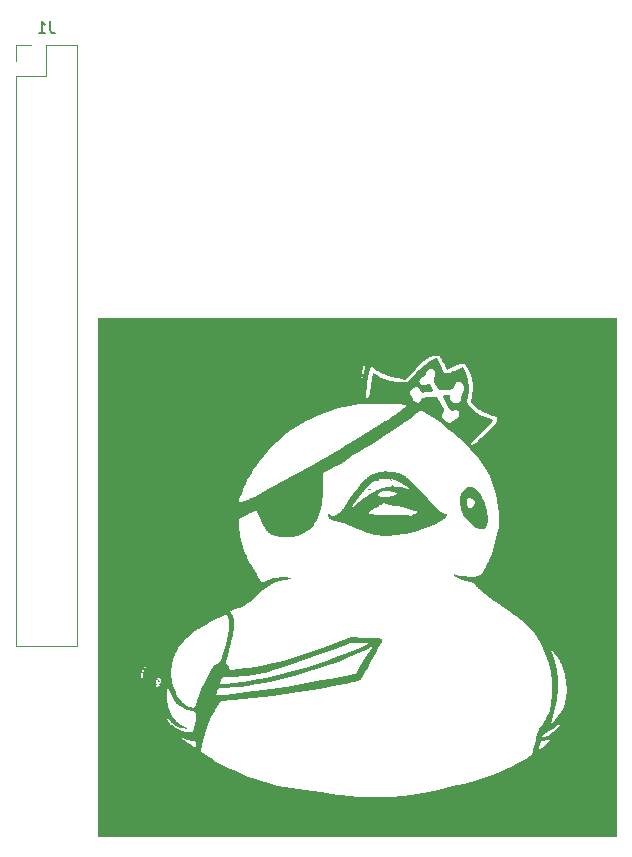
<source format=gbr>
%TF.GenerationSoftware,KiCad,Pcbnew,8.0.6*%
%TF.CreationDate,2024-11-05T12:51:12-06:00*%
%TF.ProjectId,GameBoardMatrix,47616d65-426f-4617-9264-4d6174726978,rev?*%
%TF.SameCoordinates,Original*%
%TF.FileFunction,Legend,Bot*%
%TF.FilePolarity,Positive*%
%FSLAX46Y46*%
G04 Gerber Fmt 4.6, Leading zero omitted, Abs format (unit mm)*
G04 Created by KiCad (PCBNEW 8.0.6) date 2024-11-05 12:51:12*
%MOMM*%
%LPD*%
G01*
G04 APERTURE LIST*
%ADD10C,0.000000*%
%ADD11C,0.150000*%
%ADD12C,0.120000*%
G04 APERTURE END LIST*
D10*
G36*
X60388872Y-89387413D02*
G01*
X60404565Y-89388074D01*
X60420671Y-89389122D01*
X60437087Y-89390571D01*
X60446077Y-89390699D01*
X60454851Y-89391075D01*
X60463398Y-89391691D01*
X60471710Y-89392535D01*
X60479777Y-89393599D01*
X60487588Y-89394874D01*
X60495134Y-89396348D01*
X60502406Y-89398013D01*
X60509394Y-89399859D01*
X60516087Y-89401876D01*
X60522477Y-89404054D01*
X60528554Y-89406385D01*
X60534308Y-89408857D01*
X60539729Y-89411462D01*
X60544808Y-89414189D01*
X60549535Y-89417030D01*
X60553900Y-89419974D01*
X60557894Y-89423011D01*
X60561506Y-89426133D01*
X60564728Y-89429329D01*
X60567549Y-89432589D01*
X60569960Y-89435905D01*
X60571951Y-89439265D01*
X60573513Y-89442661D01*
X60574635Y-89446083D01*
X60575309Y-89449521D01*
X60575524Y-89452966D01*
X60575270Y-89456407D01*
X60574539Y-89459835D01*
X60573319Y-89463241D01*
X60571603Y-89466614D01*
X60569379Y-89469946D01*
X60565415Y-89474600D01*
X60560198Y-89478651D01*
X60553818Y-89482118D01*
X60546365Y-89485018D01*
X60537931Y-89487369D01*
X60528606Y-89489189D01*
X60518479Y-89490495D01*
X60507642Y-89491306D01*
X60484198Y-89491510D01*
X60458998Y-89489945D01*
X60432763Y-89486752D01*
X60406219Y-89482073D01*
X60380087Y-89476051D01*
X60355093Y-89468827D01*
X60331959Y-89460544D01*
X60311409Y-89451344D01*
X60302329Y-89446444D01*
X60294167Y-89441368D01*
X60287012Y-89436134D01*
X60280955Y-89430760D01*
X60276086Y-89425263D01*
X60272497Y-89419660D01*
X60270277Y-89413971D01*
X60269517Y-89408212D01*
X60269747Y-89406585D01*
X60270430Y-89405010D01*
X60271552Y-89403491D01*
X60273100Y-89402028D01*
X60277423Y-89399278D01*
X60283297Y-89396773D01*
X60290618Y-89394528D01*
X60299282Y-89392553D01*
X60309187Y-89390862D01*
X60320229Y-89389469D01*
X60332304Y-89388386D01*
X60345309Y-89387626D01*
X60359141Y-89387202D01*
X60373697Y-89387126D01*
X60388872Y-89387413D01*
G37*
G36*
X61884063Y-87908975D02*
G01*
X61999684Y-87913876D01*
X62117192Y-87922135D01*
X62235940Y-87933702D01*
X62355282Y-87948524D01*
X62474573Y-87966551D01*
X62593166Y-87987729D01*
X62710416Y-88012008D01*
X62825675Y-88039336D01*
X62938300Y-88069661D01*
X63047643Y-88102932D01*
X63113918Y-88125153D01*
X63177661Y-88149234D01*
X63239647Y-88175796D01*
X63300651Y-88205459D01*
X63361448Y-88238842D01*
X63422814Y-88276566D01*
X63485523Y-88319251D01*
X63550351Y-88367517D01*
X63618073Y-88421984D01*
X63689464Y-88483272D01*
X63765299Y-88552002D01*
X63846354Y-88628793D01*
X63933403Y-88714266D01*
X64027221Y-88809040D01*
X64238267Y-89028974D01*
X64884964Y-89709122D01*
X65162494Y-89998663D01*
X65411667Y-90256669D01*
X65634124Y-90484754D01*
X65831504Y-90684533D01*
X66005449Y-90857621D01*
X66157599Y-91005633D01*
X66289596Y-91130184D01*
X66403079Y-91232889D01*
X66499690Y-91315363D01*
X66581070Y-91379220D01*
X66616560Y-91404672D01*
X66648859Y-91426075D01*
X66678169Y-91443632D01*
X66704697Y-91457544D01*
X66728648Y-91468013D01*
X66750227Y-91475241D01*
X66769638Y-91479430D01*
X66787087Y-91480781D01*
X66811790Y-91481396D01*
X66834638Y-91483219D01*
X66855640Y-91486217D01*
X66874800Y-91490359D01*
X66892125Y-91495611D01*
X66907623Y-91501943D01*
X66921299Y-91509321D01*
X66933160Y-91517713D01*
X66943212Y-91527087D01*
X66951462Y-91537410D01*
X66957916Y-91548651D01*
X66962581Y-91560776D01*
X66965463Y-91573754D01*
X66966569Y-91587553D01*
X66965904Y-91602140D01*
X66963477Y-91617482D01*
X66959292Y-91633548D01*
X66953357Y-91650305D01*
X66945678Y-91667721D01*
X66936261Y-91685764D01*
X66925113Y-91704400D01*
X66912240Y-91723599D01*
X66897649Y-91743328D01*
X66881346Y-91763554D01*
X66863338Y-91784244D01*
X66843631Y-91805368D01*
X66799147Y-91848785D01*
X66747944Y-91893545D01*
X66690076Y-91939390D01*
X66501127Y-92070057D01*
X66280643Y-92200064D01*
X66032227Y-92328340D01*
X65759485Y-92453813D01*
X65466021Y-92575410D01*
X65155439Y-92692059D01*
X64831343Y-92802687D01*
X64497339Y-92906223D01*
X64157030Y-93001594D01*
X63814021Y-93087728D01*
X63471916Y-93163552D01*
X63134321Y-93227995D01*
X62804838Y-93279983D01*
X62487073Y-93318445D01*
X62184631Y-93342309D01*
X61901114Y-93350502D01*
X61733898Y-93350530D01*
X61575002Y-93347005D01*
X61422617Y-93339475D01*
X61274935Y-93327489D01*
X61130146Y-93310593D01*
X60986443Y-93288335D01*
X60842016Y-93260264D01*
X60695056Y-93225927D01*
X60543757Y-93184873D01*
X60386307Y-93136648D01*
X60220899Y-93080801D01*
X60045725Y-93016879D01*
X59658840Y-92863004D01*
X59211185Y-92671406D01*
X59023995Y-92591962D01*
X58829881Y-92513758D01*
X58634321Y-92438862D01*
X58442791Y-92369340D01*
X58260769Y-92307260D01*
X58093734Y-92254687D01*
X57947163Y-92213691D01*
X57883263Y-92198179D01*
X57826533Y-92186336D01*
X57713140Y-92162563D01*
X57607718Y-92137537D01*
X57510176Y-92111244D01*
X57464333Y-92097619D01*
X57420425Y-92083673D01*
X57378442Y-92069403D01*
X57338373Y-92054809D01*
X57300207Y-92039889D01*
X57263931Y-92024641D01*
X57229535Y-92009064D01*
X57197008Y-91993155D01*
X57166337Y-91976914D01*
X57137513Y-91960338D01*
X57110523Y-91943427D01*
X57085356Y-91926178D01*
X57062001Y-91908590D01*
X57040447Y-91890661D01*
X57020682Y-91872390D01*
X57002695Y-91853775D01*
X56986475Y-91834814D01*
X56972010Y-91815506D01*
X56959289Y-91795850D01*
X56948301Y-91775843D01*
X56939034Y-91755483D01*
X56931478Y-91734770D01*
X56925620Y-91713702D01*
X56921450Y-91692277D01*
X56918957Y-91670493D01*
X56918128Y-91648350D01*
X56918279Y-91617236D01*
X56918920Y-91590024D01*
X56920337Y-91566688D01*
X56922814Y-91547202D01*
X56924538Y-91538894D01*
X56926634Y-91531540D01*
X56929136Y-91525134D01*
X56932081Y-91519676D01*
X56935504Y-91515160D01*
X56939441Y-91511584D01*
X56943927Y-91508945D01*
X56948997Y-91507239D01*
X56954687Y-91506463D01*
X56961034Y-91506614D01*
X56968071Y-91507689D01*
X56975835Y-91509685D01*
X56984361Y-91512597D01*
X56993685Y-91516424D01*
X57014868Y-91526807D01*
X57039668Y-91540807D01*
X57068370Y-91558399D01*
X57101258Y-91579556D01*
X57138616Y-91604254D01*
X57176260Y-91629030D01*
X57210325Y-91650332D01*
X57241574Y-91667990D01*
X57270769Y-91681837D01*
X57284835Y-91687279D01*
X57298672Y-91691705D01*
X57312378Y-91695095D01*
X57326046Y-91697426D01*
X57339772Y-91698679D01*
X57353652Y-91698832D01*
X57367780Y-91697865D01*
X57382253Y-91695756D01*
X57397164Y-91692484D01*
X57412611Y-91688028D01*
X57428687Y-91682367D01*
X57445488Y-91675481D01*
X57481646Y-91657948D01*
X57521849Y-91635260D01*
X57566857Y-91607249D01*
X57617433Y-91573747D01*
X57738339Y-91489601D01*
X57778813Y-91459570D01*
X57820694Y-91425884D01*
X57861891Y-91390403D01*
X60377550Y-91390403D01*
X60381639Y-91420319D01*
X60397639Y-91447186D01*
X60426752Y-91471134D01*
X60470180Y-91492291D01*
X60529123Y-91510786D01*
X60604784Y-91526750D01*
X60698363Y-91540311D01*
X60944085Y-91560740D01*
X61275899Y-91573108D01*
X61703419Y-91578449D01*
X62236255Y-91577795D01*
X62553600Y-91576089D01*
X62846863Y-91577381D01*
X63110155Y-91581360D01*
X63337583Y-91587716D01*
X63523256Y-91596139D01*
X63661284Y-91606319D01*
X63710590Y-91611971D01*
X63745775Y-91617946D01*
X63766104Y-91624206D01*
X63770466Y-91627430D01*
X63770839Y-91630710D01*
X63768589Y-91634818D01*
X63766797Y-91638869D01*
X63765453Y-91642858D01*
X63764551Y-91646781D01*
X63764081Y-91650634D01*
X63764036Y-91654410D01*
X63764407Y-91658106D01*
X63765188Y-91661716D01*
X63766368Y-91665236D01*
X63767941Y-91668660D01*
X63769899Y-91671984D01*
X63772233Y-91675204D01*
X63774935Y-91678313D01*
X63777997Y-91681308D01*
X63781411Y-91684183D01*
X63785169Y-91686935D01*
X63789263Y-91689556D01*
X63793685Y-91692044D01*
X63803480Y-91696598D01*
X63814489Y-91700558D01*
X63826648Y-91703885D01*
X63839893Y-91706540D01*
X63854158Y-91708485D01*
X63869379Y-91709680D01*
X63885491Y-91710087D01*
X63893655Y-91709984D01*
X63901605Y-91709682D01*
X63909336Y-91709185D01*
X63916841Y-91708502D01*
X63924113Y-91707637D01*
X63931146Y-91706598D01*
X63937934Y-91705391D01*
X63944470Y-91704023D01*
X63950748Y-91702499D01*
X63956760Y-91700827D01*
X63962502Y-91699013D01*
X63967965Y-91697063D01*
X63973145Y-91694984D01*
X63978034Y-91692783D01*
X63982625Y-91690465D01*
X63986913Y-91688037D01*
X63990891Y-91685506D01*
X63994553Y-91682878D01*
X63997891Y-91680159D01*
X64000900Y-91677357D01*
X64003573Y-91674477D01*
X64005904Y-91671526D01*
X64007886Y-91668510D01*
X64009513Y-91665437D01*
X64010778Y-91662311D01*
X64011675Y-91659141D01*
X64012197Y-91655932D01*
X64012338Y-91652690D01*
X64012091Y-91649423D01*
X64011451Y-91646136D01*
X64010410Y-91642836D01*
X64008962Y-91639530D01*
X64006789Y-91636172D01*
X64005226Y-91632718D01*
X64004260Y-91629172D01*
X64003880Y-91625543D01*
X64004075Y-91621837D01*
X64004834Y-91618059D01*
X64006145Y-91614217D01*
X64007997Y-91610316D01*
X64010379Y-91606364D01*
X64013279Y-91602367D01*
X64020589Y-91594262D01*
X64029837Y-91586054D01*
X64040932Y-91577795D01*
X64053785Y-91569535D01*
X64068303Y-91561327D01*
X64084398Y-91553222D01*
X64101979Y-91545273D01*
X64120955Y-91537530D01*
X64141236Y-91530045D01*
X64162731Y-91522871D01*
X64185349Y-91516058D01*
X64205856Y-91510593D01*
X64225997Y-91504170D01*
X64245719Y-91496865D01*
X64264966Y-91488755D01*
X64283683Y-91479915D01*
X64301815Y-91470421D01*
X64319308Y-91460348D01*
X64336107Y-91449774D01*
X64352156Y-91438773D01*
X64367402Y-91427421D01*
X64381788Y-91415796D01*
X64395260Y-91403971D01*
X64407763Y-91392024D01*
X64419242Y-91380030D01*
X64429643Y-91368065D01*
X64438910Y-91356205D01*
X64446988Y-91344526D01*
X64453823Y-91333103D01*
X64459359Y-91322014D01*
X64463543Y-91311332D01*
X64466318Y-91301136D01*
X64467630Y-91291499D01*
X64467424Y-91282499D01*
X64465645Y-91274212D01*
X64464148Y-91270358D01*
X64462238Y-91266712D01*
X64459907Y-91263281D01*
X64457148Y-91260076D01*
X64453956Y-91257106D01*
X64450321Y-91254380D01*
X64441702Y-91249700D01*
X64431235Y-91246111D01*
X64418865Y-91243690D01*
X64404539Y-91242513D01*
X64388200Y-91242655D01*
X64373683Y-91243189D01*
X64353507Y-91241552D01*
X64297524Y-91232182D01*
X64222938Y-91215370D01*
X64132435Y-91191943D01*
X64028703Y-91162729D01*
X63914429Y-91128555D01*
X63792300Y-91090246D01*
X63665004Y-91048630D01*
X63537467Y-91007012D01*
X63408689Y-90968702D01*
X63282392Y-90934526D01*
X63162297Y-90905312D01*
X63052123Y-90881885D01*
X63001919Y-90872600D01*
X62955591Y-90865073D01*
X62913604Y-90859406D01*
X62876422Y-90855703D01*
X62844512Y-90854066D01*
X62818337Y-90854601D01*
X62764232Y-90852189D01*
X62696381Y-90845230D01*
X62617575Y-90834137D01*
X62530603Y-90819323D01*
X62438258Y-90801201D01*
X62343328Y-90780186D01*
X62248605Y-90756691D01*
X62156878Y-90731129D01*
X62066706Y-90704567D01*
X61984504Y-90681106D01*
X61909976Y-90660745D01*
X61875496Y-90651728D01*
X61842824Y-90643485D01*
X61811922Y-90636018D01*
X61782753Y-90629326D01*
X61755279Y-90623409D01*
X61729463Y-90618267D01*
X61705269Y-90613901D01*
X61682659Y-90610309D01*
X61661597Y-90607493D01*
X61642044Y-90605452D01*
X61623964Y-90604186D01*
X61607319Y-90603695D01*
X61592073Y-90603979D01*
X61578189Y-90605038D01*
X61565628Y-90606873D01*
X61554355Y-90609482D01*
X61544332Y-90612867D01*
X61539777Y-90614850D01*
X61535521Y-90617027D01*
X61531559Y-90619398D01*
X61527886Y-90621962D01*
X61524498Y-90624720D01*
X61521389Y-90627672D01*
X61518557Y-90630818D01*
X61515994Y-90634158D01*
X61513698Y-90637691D01*
X61511663Y-90641418D01*
X61509885Y-90645339D01*
X61508360Y-90649454D01*
X61506046Y-90658264D01*
X61504685Y-90667850D01*
X61504239Y-90678211D01*
X61504034Y-90682293D01*
X61503427Y-90686268D01*
X61502430Y-90690134D01*
X61501053Y-90693886D01*
X61499307Y-90697523D01*
X61497205Y-90701039D01*
X61494757Y-90704433D01*
X61491975Y-90707701D01*
X61488870Y-90710840D01*
X61485453Y-90713846D01*
X61477730Y-90719449D01*
X61468896Y-90724483D01*
X61459041Y-90728923D01*
X61448256Y-90732743D01*
X61436631Y-90735916D01*
X61424256Y-90738418D01*
X61411223Y-90740223D01*
X61397622Y-90741304D01*
X61383542Y-90741636D01*
X61369075Y-90741192D01*
X61354310Y-90739948D01*
X61346121Y-90740076D01*
X61338097Y-90740458D01*
X61330247Y-90741089D01*
X61322581Y-90741964D01*
X61315109Y-90743077D01*
X61307840Y-90744425D01*
X61300785Y-90746002D01*
X61293952Y-90747803D01*
X61287352Y-90749824D01*
X61280994Y-90752060D01*
X61274888Y-90754506D01*
X61269044Y-90757156D01*
X61263471Y-90760007D01*
X61258179Y-90763054D01*
X61253178Y-90766291D01*
X61248477Y-90769714D01*
X61244086Y-90773317D01*
X61240015Y-90777097D01*
X61236273Y-90781048D01*
X61232871Y-90785165D01*
X61229817Y-90789443D01*
X61227122Y-90793879D01*
X61224795Y-90798465D01*
X61222846Y-90803199D01*
X61221284Y-90808075D01*
X61220120Y-90813089D01*
X61219363Y-90818234D01*
X61219022Y-90823508D01*
X61219108Y-90828904D01*
X61219630Y-90834417D01*
X61220597Y-90840044D01*
X61222020Y-90845779D01*
X61222769Y-90852265D01*
X61223363Y-90858490D01*
X61223802Y-90864454D01*
X61224086Y-90870154D01*
X61224215Y-90875590D01*
X61224189Y-90880759D01*
X61224008Y-90885660D01*
X61223672Y-90890291D01*
X61223181Y-90894651D01*
X61222535Y-90898739D01*
X61221734Y-90902551D01*
X61220778Y-90906088D01*
X61219667Y-90909346D01*
X61218401Y-90912325D01*
X61216979Y-90915024D01*
X61215403Y-90917439D01*
X61213672Y-90919571D01*
X61211786Y-90921416D01*
X61209745Y-90922974D01*
X61207549Y-90924243D01*
X61205197Y-90925222D01*
X61202691Y-90925908D01*
X61200030Y-90926300D01*
X61197214Y-90926397D01*
X61194242Y-90926196D01*
X61191116Y-90925697D01*
X61187835Y-90924898D01*
X61184398Y-90923796D01*
X61180807Y-90922391D01*
X61177061Y-90920681D01*
X61173159Y-90918663D01*
X61169103Y-90916338D01*
X61159216Y-90912572D01*
X61146238Y-90911116D01*
X61130381Y-90911854D01*
X61111862Y-90914667D01*
X61067694Y-90926046D01*
X61015451Y-90944311D01*
X60956852Y-90968520D01*
X60893615Y-90997728D01*
X60827458Y-91030992D01*
X60760100Y-91067370D01*
X60693259Y-91105918D01*
X60628653Y-91145694D01*
X60568000Y-91185754D01*
X60513018Y-91225155D01*
X60465426Y-91262954D01*
X60426943Y-91298209D01*
X60411653Y-91314586D01*
X60399285Y-91329974D01*
X60390053Y-91344255D01*
X60384171Y-91357309D01*
X60377550Y-91390403D01*
X57861891Y-91390403D01*
X57863738Y-91388812D01*
X57907700Y-91348627D01*
X57952333Y-91305600D01*
X57997392Y-91260002D01*
X58042633Y-91212104D01*
X58087809Y-91162178D01*
X58132674Y-91110495D01*
X58176985Y-91057327D01*
X58220494Y-91002944D01*
X58262956Y-90947618D01*
X58304127Y-90891620D01*
X58307609Y-90886666D01*
X58952997Y-90886666D01*
X58953419Y-90893957D01*
X58954594Y-90900487D01*
X58956519Y-90906255D01*
X58959189Y-90911259D01*
X58962603Y-90915498D01*
X58964587Y-90917330D01*
X58966756Y-90918970D01*
X58971645Y-90921673D01*
X58977267Y-90923605D01*
X58983620Y-90924766D01*
X58990699Y-90925154D01*
X58997210Y-90925077D01*
X59003510Y-90924848D01*
X59009598Y-90924470D01*
X59015469Y-90923948D01*
X59021121Y-90923283D01*
X59026550Y-90922479D01*
X59031752Y-90921540D01*
X59036726Y-90920468D01*
X59041466Y-90919268D01*
X59045971Y-90917941D01*
X59050237Y-90916491D01*
X59054261Y-90914922D01*
X59058039Y-90913237D01*
X59061569Y-90911438D01*
X59064847Y-90909530D01*
X59067869Y-90907516D01*
X59070633Y-90905398D01*
X59073136Y-90903179D01*
X59075373Y-90900864D01*
X59077343Y-90898455D01*
X59079041Y-90895956D01*
X59080465Y-90893370D01*
X59081611Y-90890699D01*
X59082476Y-90887948D01*
X59083057Y-90885120D01*
X59083350Y-90882217D01*
X59083353Y-90879243D01*
X59083061Y-90876201D01*
X59082473Y-90873095D01*
X59081584Y-90869927D01*
X59080392Y-90866701D01*
X59078893Y-90863420D01*
X59078903Y-90854192D01*
X59086930Y-90839929D01*
X59125419Y-90797446D01*
X59191114Y-90738273D01*
X59280775Y-90664707D01*
X59519021Y-90483598D01*
X59814214Y-90272518D01*
X60140414Y-90049861D01*
X60463884Y-89839104D01*
X61163063Y-89839104D01*
X61163689Y-89867832D01*
X61168598Y-89897661D01*
X61177922Y-89928558D01*
X61186169Y-89944629D01*
X61197598Y-89959767D01*
X61212082Y-89973967D01*
X61229495Y-89987228D01*
X61272606Y-90010918D01*
X61325923Y-90030809D01*
X61388439Y-90046876D01*
X61459145Y-90059094D01*
X61537034Y-90067435D01*
X61621099Y-90071875D01*
X61710331Y-90072387D01*
X61803723Y-90068947D01*
X61900268Y-90061527D01*
X61998957Y-90050102D01*
X62098783Y-90034646D01*
X62198738Y-90015134D01*
X62297815Y-89991539D01*
X62395005Y-89963836D01*
X62470974Y-89941084D01*
X62536840Y-89919067D01*
X62592628Y-89897697D01*
X62616752Y-89887226D01*
X62638366Y-89876882D01*
X62657474Y-89866655D01*
X62674079Y-89856532D01*
X62688184Y-89846504D01*
X62699792Y-89836557D01*
X62708907Y-89826682D01*
X62715532Y-89816866D01*
X62719670Y-89807099D01*
X62721324Y-89797369D01*
X62720498Y-89787665D01*
X62717194Y-89777975D01*
X62711417Y-89768289D01*
X62703168Y-89758595D01*
X62692453Y-89748881D01*
X62679272Y-89739136D01*
X62663631Y-89729350D01*
X62645532Y-89719510D01*
X62624978Y-89709606D01*
X62601973Y-89699626D01*
X62548622Y-89679392D01*
X62485504Y-89658720D01*
X62412644Y-89637518D01*
X62346676Y-89619554D01*
X62281149Y-89603676D01*
X62216198Y-89589848D01*
X62151954Y-89578038D01*
X62088550Y-89568210D01*
X62026118Y-89560332D01*
X61964790Y-89554369D01*
X61904700Y-89550287D01*
X61845978Y-89548053D01*
X61788759Y-89547632D01*
X61733174Y-89548991D01*
X61679356Y-89552096D01*
X61627436Y-89556912D01*
X61577549Y-89563406D01*
X61529825Y-89571545D01*
X61484397Y-89581293D01*
X61441399Y-89592617D01*
X61400961Y-89605484D01*
X61363218Y-89619859D01*
X61328300Y-89635708D01*
X61296341Y-89652998D01*
X61267472Y-89671694D01*
X61241828Y-89691763D01*
X61219538Y-89713171D01*
X61200737Y-89735884D01*
X61185557Y-89759867D01*
X61174129Y-89785088D01*
X61166587Y-89811511D01*
X61163063Y-89839104D01*
X60463884Y-89839104D01*
X60471677Y-89834026D01*
X60782063Y-89643409D01*
X60921321Y-89563306D01*
X61045630Y-89496406D01*
X61103786Y-89467370D01*
X61162367Y-89439820D01*
X61221181Y-89413794D01*
X61280034Y-89389332D01*
X61338732Y-89366471D01*
X61369464Y-89355295D01*
X62650767Y-89355295D01*
X62650870Y-89360281D01*
X62651176Y-89365310D01*
X62651683Y-89370374D01*
X62652387Y-89375466D01*
X62653284Y-89380578D01*
X62654372Y-89385700D01*
X62655647Y-89390826D01*
X62657106Y-89395947D01*
X62660564Y-89406142D01*
X62664720Y-89416221D01*
X62669548Y-89426119D01*
X62675021Y-89435772D01*
X62681114Y-89445115D01*
X62684386Y-89449649D01*
X62687802Y-89454082D01*
X62691361Y-89458406D01*
X62695058Y-89462611D01*
X62698892Y-89466691D01*
X62702857Y-89470636D01*
X62706952Y-89474440D01*
X62711173Y-89478093D01*
X62715516Y-89481588D01*
X62719979Y-89484916D01*
X62724558Y-89488071D01*
X62729251Y-89491042D01*
X62734053Y-89493824D01*
X62738961Y-89496406D01*
X62743793Y-89498707D01*
X62748369Y-89500650D01*
X62752689Y-89502241D01*
X62756756Y-89503486D01*
X62760570Y-89504387D01*
X62764135Y-89504952D01*
X62767450Y-89505183D01*
X62770519Y-89505087D01*
X62773342Y-89504668D01*
X62775922Y-89503931D01*
X62778259Y-89502881D01*
X62780355Y-89501522D01*
X62782213Y-89499859D01*
X62783833Y-89497898D01*
X62785217Y-89495643D01*
X62786367Y-89493099D01*
X62787285Y-89490270D01*
X62787971Y-89487162D01*
X62788429Y-89483780D01*
X62788658Y-89480128D01*
X62788662Y-89476211D01*
X62788441Y-89472034D01*
X62787332Y-89462920D01*
X62785344Y-89452824D01*
X62782491Y-89441785D01*
X62778785Y-89429841D01*
X62774240Y-89417032D01*
X62768454Y-89402537D01*
X62762679Y-89388821D01*
X62756927Y-89375886D01*
X62751209Y-89363736D01*
X62745537Y-89352374D01*
X62739920Y-89341803D01*
X62734372Y-89332027D01*
X62728903Y-89323049D01*
X62723524Y-89314871D01*
X62718246Y-89307498D01*
X62713082Y-89300933D01*
X62708042Y-89295178D01*
X62703138Y-89290237D01*
X62698381Y-89286113D01*
X62693782Y-89282809D01*
X62689353Y-89280329D01*
X62685104Y-89278676D01*
X62681048Y-89277853D01*
X62677195Y-89277863D01*
X62673557Y-89278710D01*
X62670145Y-89280397D01*
X62666970Y-89282926D01*
X62664044Y-89286302D01*
X62661378Y-89290527D01*
X62658984Y-89295605D01*
X62656872Y-89301538D01*
X62655054Y-89308331D01*
X62653541Y-89315986D01*
X62652344Y-89324507D01*
X62651476Y-89333897D01*
X62650946Y-89344158D01*
X62650767Y-89355295D01*
X61369464Y-89355295D01*
X61397081Y-89345252D01*
X61454888Y-89325712D01*
X61511958Y-89307890D01*
X61568098Y-89291825D01*
X61623114Y-89277556D01*
X61676812Y-89265121D01*
X61728999Y-89254560D01*
X61779480Y-89245911D01*
X61828063Y-89239212D01*
X61874553Y-89234504D01*
X61918756Y-89231823D01*
X61954588Y-89231519D01*
X61989207Y-89230634D01*
X62022430Y-89229206D01*
X62054078Y-89227275D01*
X62083968Y-89224878D01*
X62111921Y-89222055D01*
X62137754Y-89218845D01*
X62161289Y-89215285D01*
X62182343Y-89211416D01*
X62200735Y-89207275D01*
X62216285Y-89202902D01*
X62222938Y-89200640D01*
X62228812Y-89198335D01*
X62233886Y-89195991D01*
X62238136Y-89193613D01*
X62241539Y-89191206D01*
X62244074Y-89188775D01*
X62245717Y-89186325D01*
X62246446Y-89183860D01*
X62246239Y-89181385D01*
X62245072Y-89178905D01*
X62243599Y-89175548D01*
X62242482Y-89172095D01*
X62241718Y-89168555D01*
X62241301Y-89164936D01*
X62241226Y-89161246D01*
X62241488Y-89157492D01*
X62242083Y-89153684D01*
X62243006Y-89149829D01*
X62244252Y-89145936D01*
X62245816Y-89142011D01*
X62247694Y-89138064D01*
X62249880Y-89134103D01*
X62252369Y-89130135D01*
X62255157Y-89126168D01*
X62261611Y-89118273D01*
X62269201Y-89110480D01*
X62277889Y-89102856D01*
X62287636Y-89095464D01*
X62298404Y-89088369D01*
X62310154Y-89081637D01*
X62322847Y-89075330D01*
X62336445Y-89069515D01*
X62350907Y-89064255D01*
X62357418Y-89061878D01*
X62363717Y-89059709D01*
X62369799Y-89057750D01*
X62375660Y-89056003D01*
X62381295Y-89054469D01*
X62386700Y-89053150D01*
X62391868Y-89052047D01*
X62396796Y-89051162D01*
X62401478Y-89050497D01*
X62405910Y-89050053D01*
X62410087Y-89049832D01*
X62414004Y-89049835D01*
X62417656Y-89050065D01*
X62421039Y-89050522D01*
X62424147Y-89051209D01*
X62426975Y-89052126D01*
X62429520Y-89053276D01*
X62431775Y-89054660D01*
X62433736Y-89056280D01*
X62435399Y-89058138D01*
X62436758Y-89060234D01*
X62437808Y-89062571D01*
X62438545Y-89065150D01*
X62438964Y-89067973D01*
X62439060Y-89071042D01*
X62438829Y-89074358D01*
X62438264Y-89077922D01*
X62437362Y-89081737D01*
X62436118Y-89085803D01*
X62434526Y-89090124D01*
X62432582Y-89094699D01*
X62430282Y-89099531D01*
X62427385Y-89104440D01*
X62425302Y-89109244D01*
X62424015Y-89113942D01*
X62423512Y-89118531D01*
X62423778Y-89123010D01*
X62424798Y-89127378D01*
X62426558Y-89131633D01*
X62429042Y-89135774D01*
X62432237Y-89139798D01*
X62436128Y-89143704D01*
X62445941Y-89151156D01*
X62458362Y-89158117D01*
X62473278Y-89164575D01*
X62490570Y-89170515D01*
X62510123Y-89175926D01*
X62531821Y-89180795D01*
X62555547Y-89185108D01*
X62581185Y-89188852D01*
X62608619Y-89192015D01*
X62637732Y-89194584D01*
X62668408Y-89196546D01*
X62752871Y-89198927D01*
X62834375Y-89202781D01*
X62913063Y-89208133D01*
X62989077Y-89215010D01*
X63062558Y-89223438D01*
X63133650Y-89233441D01*
X63202493Y-89245047D01*
X63269231Y-89258281D01*
X63334006Y-89273168D01*
X63396958Y-89289734D01*
X63458231Y-89308006D01*
X63517967Y-89328009D01*
X63576307Y-89349770D01*
X63633395Y-89373312D01*
X63689371Y-89398664D01*
X63744378Y-89425850D01*
X64017781Y-89566961D01*
X63806115Y-89328836D01*
X63762642Y-89288044D01*
X63705966Y-89242278D01*
X63637559Y-89192352D01*
X63558895Y-89139080D01*
X63376683Y-89025753D01*
X63171115Y-88908810D01*
X62953970Y-88794760D01*
X62737033Y-88690116D01*
X62632324Y-88643355D01*
X62532085Y-88601388D01*
X62437788Y-88565027D01*
X62350907Y-88535087D01*
X62324542Y-88526003D01*
X62301625Y-88518637D01*
X62282094Y-88513053D01*
X62265882Y-88509317D01*
X62259001Y-88508162D01*
X62252926Y-88507493D01*
X62247649Y-88507319D01*
X62243162Y-88507646D01*
X62239456Y-88508484D01*
X62236523Y-88509840D01*
X62234356Y-88511723D01*
X62232947Y-88514140D01*
X62232287Y-88517099D01*
X62232368Y-88520610D01*
X62233182Y-88524679D01*
X62234721Y-88529315D01*
X62236977Y-88534526D01*
X62239942Y-88540320D01*
X62247967Y-88553689D01*
X62258731Y-88569487D01*
X62272169Y-88587778D01*
X62288217Y-88608627D01*
X62306809Y-88632099D01*
X62344309Y-88681295D01*
X62370337Y-88716435D01*
X62378823Y-88728734D01*
X62384169Y-88737519D01*
X62385637Y-88740594D01*
X62386285Y-88742790D01*
X62386104Y-88744108D01*
X62385082Y-88744547D01*
X62383207Y-88744108D01*
X62380467Y-88742790D01*
X62372352Y-88737519D01*
X62360645Y-88728734D01*
X62345256Y-88716435D01*
X62303071Y-88681295D01*
X62245072Y-88632099D01*
X62210747Y-88606982D01*
X62173863Y-88584540D01*
X62134343Y-88564759D01*
X62092111Y-88547626D01*
X62047088Y-88533129D01*
X61999197Y-88521254D01*
X61948361Y-88511989D01*
X61894501Y-88505321D01*
X61837541Y-88501236D01*
X61777402Y-88499722D01*
X61714008Y-88500767D01*
X61647281Y-88504356D01*
X61577143Y-88510477D01*
X61503517Y-88519118D01*
X61426326Y-88530265D01*
X61345490Y-88543905D01*
X61335674Y-88545660D01*
X61326075Y-88547613D01*
X61316706Y-88549753D01*
X61307577Y-88552070D01*
X61298701Y-88554555D01*
X61290087Y-88557199D01*
X61281748Y-88559991D01*
X61273695Y-88562922D01*
X61265939Y-88565983D01*
X61258491Y-88569162D01*
X61251364Y-88572452D01*
X61244567Y-88575842D01*
X61238112Y-88579322D01*
X61232012Y-88582882D01*
X61226276Y-88586514D01*
X61220916Y-88590208D01*
X61215944Y-88593953D01*
X61211371Y-88597739D01*
X61207208Y-88601559D01*
X61203467Y-88605401D01*
X61200158Y-88609255D01*
X61197294Y-88613113D01*
X61194884Y-88616965D01*
X61192942Y-88620800D01*
X61191477Y-88624609D01*
X61190502Y-88628383D01*
X61190028Y-88632112D01*
X61190065Y-88635786D01*
X61190626Y-88639395D01*
X61191721Y-88642930D01*
X61193362Y-88646381D01*
X61195560Y-88649738D01*
X61196905Y-88653795D01*
X61197642Y-88657694D01*
X61197781Y-88661436D01*
X61197334Y-88665017D01*
X61196312Y-88668437D01*
X61194726Y-88671695D01*
X61192589Y-88674787D01*
X61189910Y-88677713D01*
X61186701Y-88680471D01*
X61182974Y-88683059D01*
X61174011Y-88687721D01*
X61163109Y-88691685D01*
X61150360Y-88694938D01*
X61135854Y-88697469D01*
X61119682Y-88699262D01*
X61101933Y-88700306D01*
X61082699Y-88700589D01*
X61062069Y-88700095D01*
X61040135Y-88698814D01*
X61016986Y-88696732D01*
X60992713Y-88693836D01*
X60956746Y-88690505D01*
X60921193Y-88690753D01*
X60885432Y-88695057D01*
X60848845Y-88703896D01*
X60810812Y-88717748D01*
X60770711Y-88737090D01*
X60727923Y-88762400D01*
X60681827Y-88794157D01*
X60631805Y-88832839D01*
X60577234Y-88878924D01*
X60517496Y-88932889D01*
X60451971Y-88995212D01*
X60380037Y-89066373D01*
X60301076Y-89146848D01*
X60119588Y-89337654D01*
X60054525Y-89406629D01*
X59991827Y-89474390D01*
X59931789Y-89540549D01*
X59874711Y-89604719D01*
X59820888Y-89666511D01*
X59770617Y-89725539D01*
X59724197Y-89781414D01*
X59681923Y-89833749D01*
X59644094Y-89882157D01*
X59611006Y-89926250D01*
X59582956Y-89965640D01*
X59560242Y-89999941D01*
X59543161Y-90028763D01*
X59532010Y-90051721D01*
X59528751Y-90060879D01*
X59527086Y-90068425D01*
X59527052Y-90074311D01*
X59528686Y-90078489D01*
X59531037Y-90082597D01*
X59533134Y-90086648D01*
X59534978Y-90090637D01*
X59536574Y-90094561D01*
X59537925Y-90098413D01*
X59539033Y-90102190D01*
X59539903Y-90105885D01*
X59540536Y-90109495D01*
X59540937Y-90113015D01*
X59541109Y-90116440D01*
X59541054Y-90119764D01*
X59540777Y-90122983D01*
X59540280Y-90126093D01*
X59539567Y-90129088D01*
X59538641Y-90131963D01*
X59537504Y-90134714D01*
X59536161Y-90137336D01*
X59534615Y-90139824D01*
X59532868Y-90142172D01*
X59530924Y-90144378D01*
X59528787Y-90146434D01*
X59526459Y-90148337D01*
X59523943Y-90150082D01*
X59521244Y-90151664D01*
X59518363Y-90153078D01*
X59515305Y-90154319D01*
X59512073Y-90155382D01*
X59508669Y-90156263D01*
X59505098Y-90156957D01*
X59501361Y-90157458D01*
X59497463Y-90157763D01*
X59493407Y-90157865D01*
X59488941Y-90158353D01*
X59483826Y-90159799D01*
X59471738Y-90165479D01*
X59457325Y-90174725D01*
X59440767Y-90187355D01*
X59422245Y-90203190D01*
X59401940Y-90222047D01*
X59380034Y-90243747D01*
X59356706Y-90268108D01*
X59306511Y-90324090D01*
X59252802Y-90388548D01*
X59197026Y-90460033D01*
X59140630Y-90537100D01*
X59107552Y-90583606D01*
X59077757Y-90627206D01*
X59064081Y-90647912D01*
X59051216Y-90667886D01*
X59039159Y-90687127D01*
X59027906Y-90705634D01*
X59017454Y-90723403D01*
X59007799Y-90740435D01*
X58998940Y-90756728D01*
X58990871Y-90772279D01*
X58983591Y-90787087D01*
X58977095Y-90801151D01*
X58971381Y-90814468D01*
X58966445Y-90827038D01*
X58962285Y-90838859D01*
X58958896Y-90849928D01*
X58956277Y-90860246D01*
X58954422Y-90869809D01*
X58953330Y-90878616D01*
X58952997Y-90886666D01*
X58307609Y-90886666D01*
X58343761Y-90835222D01*
X58381611Y-90778694D01*
X58417434Y-90722309D01*
X58500267Y-90583822D01*
X58589379Y-90440414D01*
X58782615Y-90143946D01*
X58989493Y-89843137D01*
X59202366Y-89548220D01*
X59413584Y-89269425D01*
X59615501Y-89016986D01*
X59710581Y-88903847D01*
X59800468Y-88801133D01*
X59884206Y-88710124D01*
X59960837Y-88632099D01*
X60030629Y-88566143D01*
X60101208Y-88503804D01*
X60172743Y-88444979D01*
X60245402Y-88389565D01*
X60319353Y-88337458D01*
X60394765Y-88288555D01*
X60471803Y-88242753D01*
X60550638Y-88199947D01*
X60631436Y-88160036D01*
X60714366Y-88122915D01*
X60799596Y-88088481D01*
X60887293Y-88056631D01*
X60977626Y-88027262D01*
X61070762Y-88000269D01*
X61166869Y-87975551D01*
X61266116Y-87953003D01*
X61356856Y-87936664D01*
X61453357Y-87923995D01*
X61554974Y-87914943D01*
X61661062Y-87909457D01*
X61770973Y-87907485D01*
X61884063Y-87908975D01*
G37*
G36*
X81347989Y-118821058D02*
G01*
X37427156Y-118821058D01*
X37427156Y-111511254D01*
X46128917Y-111511254D01*
X46130022Y-111523219D01*
X46132332Y-111535273D01*
X46135888Y-111547466D01*
X46140733Y-111559847D01*
X46146909Y-111572468D01*
X46154458Y-111585378D01*
X46173841Y-111612264D01*
X46199218Y-111640908D01*
X46230926Y-111671710D01*
X46269300Y-111705069D01*
X46314676Y-111741387D01*
X46367390Y-111781064D01*
X46427778Y-111824500D01*
X46572920Y-111924253D01*
X47007605Y-112205291D01*
X47460790Y-112475915D01*
X47931132Y-112735637D01*
X48417287Y-112983963D01*
X48917911Y-113220404D01*
X49431661Y-113444469D01*
X49957193Y-113655666D01*
X50493163Y-113853505D01*
X51038229Y-114037495D01*
X51591046Y-114207144D01*
X52150272Y-114361963D01*
X52714561Y-114501459D01*
X53282571Y-114625143D01*
X53852958Y-114732522D01*
X54424379Y-114823107D01*
X54995490Y-114896406D01*
X56277617Y-115065079D01*
X57711879Y-115266825D01*
X58142757Y-115329869D01*
X58537876Y-115380925D01*
X58910256Y-115421232D01*
X59272921Y-115452031D01*
X59638893Y-115474562D01*
X60021195Y-115490065D01*
X60432849Y-115499781D01*
X60886878Y-115504949D01*
X61397338Y-115506138D01*
X61825323Y-115501229D01*
X62202458Y-115487431D01*
X62560369Y-115461954D01*
X62930683Y-115422008D01*
X63345025Y-115364802D01*
X63835021Y-115287546D01*
X64432298Y-115187448D01*
X65863046Y-114922107D01*
X66536588Y-114783520D01*
X67183413Y-114640643D01*
X67804399Y-114493219D01*
X68400426Y-114340988D01*
X68972372Y-114183694D01*
X69521115Y-114021076D01*
X70047534Y-113852878D01*
X70552507Y-113678840D01*
X71036913Y-113498704D01*
X71501631Y-113312212D01*
X71947538Y-113119106D01*
X72375514Y-112919126D01*
X72786436Y-112712015D01*
X73181184Y-112497515D01*
X73517167Y-112303625D01*
X73654082Y-112223114D01*
X73772225Y-112151904D01*
X73873056Y-112088756D01*
X73917436Y-112059817D01*
X73958036Y-112032428D01*
X73995038Y-112006435D01*
X74028624Y-111981682D01*
X74058977Y-111958014D01*
X74086280Y-111935277D01*
X74110715Y-111913314D01*
X74132464Y-111891972D01*
X74151710Y-111871095D01*
X74168635Y-111850527D01*
X74183422Y-111830115D01*
X74196254Y-111809703D01*
X74207313Y-111789136D01*
X74216780Y-111768258D01*
X74224840Y-111746916D01*
X74231674Y-111724953D01*
X74237465Y-111702216D01*
X74242395Y-111678548D01*
X74250403Y-111627801D01*
X74257157Y-111571474D01*
X74259416Y-111536373D01*
X74262824Y-111500678D01*
X74267292Y-111464620D01*
X74272217Y-111431844D01*
X74746531Y-111431844D01*
X74746860Y-111443404D01*
X74747459Y-111448003D01*
X74748353Y-111451787D01*
X74749547Y-111454734D01*
X74751046Y-111456823D01*
X74753315Y-111457887D01*
X74756791Y-111457790D01*
X74767238Y-111454222D01*
X74782130Y-111446339D01*
X74801207Y-111434361D01*
X74850885Y-111398997D01*
X74914206Y-111349886D01*
X74989102Y-111288787D01*
X75073507Y-111217456D01*
X75165354Y-111137650D01*
X75262574Y-111051126D01*
X75358572Y-110967118D01*
X75446818Y-110888380D01*
X75525349Y-110816878D01*
X75592201Y-110754573D01*
X75645410Y-110703431D01*
X75666285Y-110682659D01*
X75683013Y-110665414D01*
X75695349Y-110651942D01*
X75703046Y-110642487D01*
X75705079Y-110639344D01*
X75705860Y-110637296D01*
X75705772Y-110636693D01*
X75705359Y-110636376D01*
X75703546Y-110636614D01*
X75686837Y-110640317D01*
X75657519Y-110644744D01*
X75566844Y-110655355D01*
X75443096Y-110667620D01*
X75297849Y-110680712D01*
X75238436Y-110687298D01*
X75185522Y-110694129D01*
X75138577Y-110701659D01*
X75097070Y-110710338D01*
X75078191Y-110715250D01*
X75060472Y-110720620D01*
X75043849Y-110726502D01*
X75028255Y-110732955D01*
X75013622Y-110740035D01*
X74999887Y-110747797D01*
X74986981Y-110756299D01*
X74974839Y-110765598D01*
X74963394Y-110775749D01*
X74952581Y-110786809D01*
X74942334Y-110798835D01*
X74932585Y-110811883D01*
X74923269Y-110826010D01*
X74914320Y-110841272D01*
X74905671Y-110857725D01*
X74897256Y-110875428D01*
X74880864Y-110914803D01*
X74864614Y-110959849D01*
X74847977Y-111011020D01*
X74830422Y-111068765D01*
X74808563Y-111142957D01*
X74789494Y-111212496D01*
X74781103Y-111245102D01*
X74773526Y-111276042D01*
X74766801Y-111305146D01*
X74760968Y-111332249D01*
X74756065Y-111357180D01*
X74752131Y-111379774D01*
X74749205Y-111399861D01*
X74747325Y-111417273D01*
X74746531Y-111431844D01*
X74272217Y-111431844D01*
X74272729Y-111428434D01*
X74279044Y-111392351D01*
X74286147Y-111356604D01*
X74293948Y-111321425D01*
X74302356Y-111287048D01*
X74311281Y-111253703D01*
X74320632Y-111221625D01*
X74330319Y-111191046D01*
X74340251Y-111162197D01*
X74350339Y-111135312D01*
X74360491Y-111110624D01*
X74370617Y-111088364D01*
X74380628Y-111068765D01*
X74390642Y-111048563D01*
X74400799Y-111024548D01*
X74411033Y-110997046D01*
X74421280Y-110966379D01*
X74441555Y-110896840D01*
X74461106Y-110818516D01*
X74479417Y-110733990D01*
X74495971Y-110645848D01*
X74510251Y-110556671D01*
X74521741Y-110469045D01*
X74529607Y-110412582D01*
X74534753Y-110384368D01*
X75031439Y-110384368D01*
X75032258Y-110390240D01*
X75033957Y-110395594D01*
X75036551Y-110400415D01*
X75040054Y-110404688D01*
X75044478Y-110408398D01*
X75049837Y-110411530D01*
X75056145Y-110414068D01*
X75063415Y-110415998D01*
X75080897Y-110417970D01*
X75102389Y-110417327D01*
X75128002Y-110413946D01*
X75157842Y-110407707D01*
X75192018Y-110398489D01*
X75296936Y-110363008D01*
X75402978Y-110319699D01*
X75509615Y-110269000D01*
X75616316Y-110211350D01*
X75722552Y-110147190D01*
X75827793Y-110076957D01*
X75931510Y-110001092D01*
X76033172Y-109920034D01*
X76132251Y-109834221D01*
X76228216Y-109744093D01*
X76320538Y-109650090D01*
X76408687Y-109552650D01*
X76492134Y-109452213D01*
X76570349Y-109349219D01*
X76642801Y-109244105D01*
X76708962Y-109137312D01*
X76726537Y-109106923D01*
X76739590Y-109081896D01*
X76748147Y-109062218D01*
X76750747Y-109054380D01*
X76752234Y-109047875D01*
X76752609Y-109042701D01*
X76751876Y-109038855D01*
X76750039Y-109036337D01*
X76747100Y-109035145D01*
X76743064Y-109035277D01*
X76737932Y-109036731D01*
X76724397Y-109043602D01*
X76706521Y-109055743D01*
X76684331Y-109073143D01*
X76657851Y-109095788D01*
X76627107Y-109123666D01*
X76592127Y-109156763D01*
X76552934Y-109195066D01*
X76462018Y-109287241D01*
X76433348Y-109314791D01*
X76400505Y-109344343D01*
X76323800Y-109408369D01*
X76234899Y-109477150D01*
X76136800Y-109548515D01*
X76032500Y-109620293D01*
X75924996Y-109690315D01*
X75817286Y-109756408D01*
X75712365Y-109816404D01*
X75662438Y-109843230D01*
X75613601Y-109870710D01*
X75565962Y-109898722D01*
X75519629Y-109927147D01*
X75474711Y-109955862D01*
X75431316Y-109984747D01*
X75389552Y-110013680D01*
X75349528Y-110042540D01*
X75311350Y-110071207D01*
X75275129Y-110099559D01*
X75240971Y-110127475D01*
X75208985Y-110154833D01*
X75179280Y-110181514D01*
X75151962Y-110207395D01*
X75127142Y-110232355D01*
X75104926Y-110256274D01*
X75085423Y-110279030D01*
X75068742Y-110300503D01*
X75054990Y-110320570D01*
X75044275Y-110339111D01*
X75036707Y-110356006D01*
X75032392Y-110371132D01*
X75031439Y-110384368D01*
X74534753Y-110384368D01*
X74540017Y-110355512D01*
X74553038Y-110297641D01*
X74568732Y-110238775D01*
X74587165Y-110178720D01*
X74608402Y-110117283D01*
X74632507Y-110054270D01*
X74659544Y-109989487D01*
X74689579Y-109922740D01*
X74722676Y-109853836D01*
X74758899Y-109782581D01*
X74798313Y-109708780D01*
X74886972Y-109552769D01*
X74989171Y-109384252D01*
X75078537Y-109246432D01*
X75166662Y-109106854D01*
X75251481Y-108969550D01*
X75330925Y-108838550D01*
X75465421Y-108611587D01*
X75553617Y-108458212D01*
X75593806Y-108368131D01*
X75631630Y-108263840D01*
X75667001Y-108146216D01*
X75699826Y-108016137D01*
X75730016Y-107874484D01*
X75757479Y-107722133D01*
X75803867Y-107388854D01*
X75838267Y-107023330D01*
X75859954Y-106632587D01*
X75868205Y-106223655D01*
X75862298Y-105803560D01*
X75839543Y-105390976D01*
X75822552Y-105199411D01*
X75800975Y-105014771D01*
X75774178Y-104834886D01*
X75741529Y-104657584D01*
X75702395Y-104480695D01*
X75656142Y-104302050D01*
X75602138Y-104119477D01*
X75539749Y-103930806D01*
X75468343Y-103733867D01*
X75387286Y-103526490D01*
X75295945Y-103306503D01*
X75193688Y-103071737D01*
X75075308Y-102813768D01*
X75703546Y-102813768D01*
X75924031Y-103413488D01*
X76031107Y-103727726D01*
X76124139Y-104042235D01*
X76203142Y-104357287D01*
X76268127Y-104673153D01*
X76319108Y-104990104D01*
X76356098Y-105308411D01*
X76379109Y-105628347D01*
X76388155Y-105950181D01*
X76383248Y-106274186D01*
X76364401Y-106600633D01*
X76331628Y-106929792D01*
X76284940Y-107261936D01*
X76224352Y-107597336D01*
X76149875Y-107936262D01*
X76061524Y-108278986D01*
X75959310Y-108625780D01*
X75927580Y-108732492D01*
X75898951Y-108832899D01*
X75874043Y-108924832D01*
X75853476Y-109006119D01*
X75837870Y-109074590D01*
X75832121Y-109103342D01*
X75827844Y-109128076D01*
X75825118Y-109148520D01*
X75824020Y-109164404D01*
X75824626Y-109175457D01*
X75825594Y-109179086D01*
X75827016Y-109181406D01*
X75833878Y-109184526D01*
X75844394Y-109182489D01*
X75875506Y-109164026D01*
X75918581Y-109128173D01*
X75971849Y-109077089D01*
X76033540Y-109012930D01*
X76101884Y-108937855D01*
X76251454Y-108763585D01*
X76406398Y-108571538D01*
X76552556Y-108378975D01*
X76617916Y-108287893D01*
X76675770Y-108203155D01*
X76724348Y-108126917D01*
X76761880Y-108061338D01*
X76854077Y-107854751D01*
X76932257Y-107636058D01*
X76996459Y-107406591D01*
X77046721Y-107167680D01*
X77083081Y-106920655D01*
X77105580Y-106666848D01*
X77114255Y-106407590D01*
X77109145Y-106144210D01*
X77090290Y-105878039D01*
X77057727Y-105610409D01*
X77011495Y-105342650D01*
X76951634Y-105076092D01*
X76878183Y-104812067D01*
X76791178Y-104551904D01*
X76690661Y-104296935D01*
X76576669Y-104048490D01*
X76548917Y-103992755D01*
X76518774Y-103934992D01*
X76452508Y-103815188D01*
X76380248Y-103692698D01*
X76304370Y-103571138D01*
X76227252Y-103454125D01*
X76151270Y-103345277D01*
X76078803Y-103248211D01*
X76044630Y-103205226D01*
X76012227Y-103166544D01*
X75703546Y-102813768D01*
X75075308Y-102813768D01*
X74953893Y-102549185D01*
X74843477Y-102321481D01*
X74725827Y-102103389D01*
X74598875Y-101892945D01*
X74460555Y-101688186D01*
X74308798Y-101487147D01*
X74141539Y-101287866D01*
X73956710Y-101088377D01*
X73752244Y-100886718D01*
X73526073Y-100680925D01*
X73276131Y-100469035D01*
X73000352Y-100249082D01*
X72696666Y-100019105D01*
X72363009Y-99777138D01*
X71997312Y-99521220D01*
X71161531Y-98959669D01*
X70979813Y-98838193D01*
X70805395Y-98718771D01*
X70638754Y-98601804D01*
X70480368Y-98487691D01*
X70330715Y-98376835D01*
X70190274Y-98269634D01*
X70059522Y-98166490D01*
X69938937Y-98067803D01*
X69828997Y-97973974D01*
X69730181Y-97885403D01*
X69642966Y-97802490D01*
X69567830Y-97725637D01*
X69505252Y-97655243D01*
X69455709Y-97591709D01*
X69435975Y-97562640D01*
X69419679Y-97535436D01*
X69406881Y-97510147D01*
X69397641Y-97486824D01*
X69389457Y-97467286D01*
X69378057Y-97448342D01*
X69363323Y-97429966D01*
X69345139Y-97412133D01*
X69323390Y-97394817D01*
X69297959Y-97377992D01*
X69268730Y-97361632D01*
X69235586Y-97345712D01*
X69198411Y-97330204D01*
X69157089Y-97315085D01*
X69111504Y-97300327D01*
X69061539Y-97285904D01*
X69007079Y-97271792D01*
X68948007Y-97257964D01*
X68884206Y-97244395D01*
X68815560Y-97231058D01*
X68717192Y-97210755D01*
X68611938Y-97183567D01*
X68501801Y-97150462D01*
X68388782Y-97112408D01*
X68274885Y-97070376D01*
X68162112Y-97025333D01*
X68052466Y-96978250D01*
X67947948Y-96930094D01*
X67850562Y-96881835D01*
X67762309Y-96834441D01*
X67685193Y-96788882D01*
X67621215Y-96746126D01*
X67572379Y-96707143D01*
X67554264Y-96689369D01*
X67540686Y-96672901D01*
X67531894Y-96657861D01*
X67528139Y-96644369D01*
X67529671Y-96632547D01*
X67536740Y-96622516D01*
X67538855Y-96620216D01*
X67541871Y-96618271D01*
X67550504Y-96615420D01*
X67562417Y-96613913D01*
X67577392Y-96613698D01*
X67595210Y-96614723D01*
X67615650Y-96616936D01*
X67663520Y-96624722D01*
X67719244Y-96636642D01*
X67781067Y-96652283D01*
X67847231Y-96671231D01*
X67915978Y-96693073D01*
X67953820Y-96704534D01*
X67997541Y-96715724D01*
X68100497Y-96737032D01*
X68220610Y-96756480D01*
X68353642Y-96773550D01*
X68495357Y-96787727D01*
X68641515Y-96798493D01*
X68787880Y-96805331D01*
X68930215Y-96807726D01*
X69041289Y-96809024D01*
X69140400Y-96809431D01*
X69228607Y-96808675D01*
X69306970Y-96806485D01*
X69376548Y-96802590D01*
X69408373Y-96799918D01*
X69438400Y-96796718D01*
X69466760Y-96792956D01*
X69493586Y-96788598D01*
X69519010Y-96783611D01*
X69543165Y-96777959D01*
X69566183Y-96771610D01*
X69588197Y-96764530D01*
X69609339Y-96756684D01*
X69629741Y-96748038D01*
X69649535Y-96738559D01*
X69668855Y-96728214D01*
X69687833Y-96716967D01*
X69706601Y-96704785D01*
X69725291Y-96691634D01*
X69744036Y-96677480D01*
X69762968Y-96662290D01*
X69782221Y-96646028D01*
X69822214Y-96610159D01*
X69865075Y-96569599D01*
X69998383Y-96422468D01*
X70132828Y-96238388D01*
X70267066Y-96021338D01*
X70399753Y-95775298D01*
X70529547Y-95504247D01*
X70655103Y-95212163D01*
X70775078Y-94903027D01*
X70888129Y-94580816D01*
X70992911Y-94249510D01*
X71088082Y-93913088D01*
X71172297Y-93575529D01*
X71244213Y-93240812D01*
X71302486Y-92912916D01*
X71345774Y-92595821D01*
X71372732Y-92293506D01*
X71382016Y-92009949D01*
X71366761Y-91432957D01*
X71320332Y-90874944D01*
X71241734Y-90334217D01*
X71129973Y-89809083D01*
X70984054Y-89297851D01*
X70802982Y-88798826D01*
X70585762Y-88310318D01*
X70331400Y-87830634D01*
X70038901Y-87358081D01*
X69707269Y-86890967D01*
X69335512Y-86427599D01*
X68922632Y-85966285D01*
X68467637Y-85505334D01*
X67969530Y-85043051D01*
X67427318Y-84577746D01*
X66840005Y-84107725D01*
X66600966Y-83924980D01*
X66358104Y-83743785D01*
X66118342Y-83568998D01*
X65888606Y-83405477D01*
X65675819Y-83258079D01*
X65486907Y-83131661D01*
X65328794Y-83031081D01*
X65208406Y-82961197D01*
X64723336Y-82696614D01*
X64414655Y-82987655D01*
X64199440Y-83167178D01*
X63850487Y-83428351D01*
X63396114Y-83751949D01*
X62864639Y-84118748D01*
X62284382Y-84509526D01*
X61683660Y-84905057D01*
X61090794Y-85286119D01*
X60534101Y-85633488D01*
X60071632Y-85916262D01*
X59559553Y-86235416D01*
X59060703Y-86551262D01*
X58637921Y-86824114D01*
X58246007Y-87068853D01*
X57830942Y-87320207D01*
X57442335Y-87548410D01*
X57273456Y-87644529D01*
X57129794Y-87723698D01*
X56494796Y-88050018D01*
X56494796Y-89125988D01*
X56489814Y-89523851D01*
X56471473Y-89900773D01*
X56457253Y-90081490D01*
X56439645Y-90257102D01*
X56418632Y-90427652D01*
X56394200Y-90593186D01*
X56366331Y-90753745D01*
X56335009Y-90909375D01*
X56300218Y-91060117D01*
X56261943Y-91206017D01*
X56220166Y-91347117D01*
X56174872Y-91483461D01*
X56126045Y-91615093D01*
X56073668Y-91742056D01*
X56017726Y-91864395D01*
X55958201Y-91982152D01*
X55895079Y-92095371D01*
X55828343Y-92204095D01*
X55757976Y-92308369D01*
X55683963Y-92408236D01*
X55606287Y-92503740D01*
X55524933Y-92594924D01*
X55439884Y-92681831D01*
X55351124Y-92764506D01*
X55258637Y-92842992D01*
X55162406Y-92917333D01*
X55062416Y-92987571D01*
X54958650Y-93053752D01*
X54851093Y-93115917D01*
X54739728Y-93174112D01*
X54563114Y-93257140D01*
X54484258Y-93291858D01*
X54409962Y-93322390D01*
X54338922Y-93348995D01*
X54269833Y-93371931D01*
X54201389Y-93391456D01*
X54132287Y-93407829D01*
X54061221Y-93421308D01*
X53986886Y-93432152D01*
X53907979Y-93440618D01*
X53823193Y-93446966D01*
X53731224Y-93451453D01*
X53630767Y-93454339D01*
X53399171Y-93456337D01*
X53168978Y-93453992D01*
X52957027Y-93442953D01*
X52761923Y-93422172D01*
X52670252Y-93407802D01*
X52582270Y-93390604D01*
X52497801Y-93370448D01*
X52416672Y-93347202D01*
X52338709Y-93320737D01*
X52263736Y-93290920D01*
X52191580Y-93257622D01*
X52122065Y-93220711D01*
X52055018Y-93180057D01*
X51990264Y-93135529D01*
X51927629Y-93086996D01*
X51866939Y-93034327D01*
X51808018Y-92977392D01*
X51750692Y-92916059D01*
X51694788Y-92850198D01*
X51640131Y-92779678D01*
X51586546Y-92704369D01*
X51533858Y-92624139D01*
X51430479Y-92448394D01*
X51328599Y-92251397D01*
X51226822Y-92032101D01*
X51123754Y-91789461D01*
X51098970Y-91730701D01*
X51074316Y-91673672D01*
X51049921Y-91618658D01*
X51025913Y-91565944D01*
X51002422Y-91515813D01*
X50979576Y-91468551D01*
X50957506Y-91424441D01*
X50936340Y-91383767D01*
X50916208Y-91346814D01*
X50897239Y-91313866D01*
X50879561Y-91285207D01*
X50863305Y-91261122D01*
X50848599Y-91241894D01*
X50841867Y-91234190D01*
X50835572Y-91227808D01*
X50829729Y-91222782D01*
X50824354Y-91219148D01*
X50819464Y-91216941D01*
X50815074Y-91216198D01*
X50803354Y-91218028D01*
X50784981Y-91223398D01*
X50729773Y-91244034D01*
X50652448Y-91276659D01*
X50556002Y-91319826D01*
X50317740Y-91431998D01*
X50038962Y-91568975D01*
X49333407Y-91921753D01*
X49333407Y-92327448D01*
X49335937Y-92425368D01*
X49343312Y-92536169D01*
X49371303Y-92790055D01*
X49414798Y-93076395D01*
X49471211Y-93382474D01*
X49537960Y-93695582D01*
X49612460Y-94003005D01*
X49692127Y-94292031D01*
X49774379Y-94549948D01*
X49817425Y-94659983D01*
X49872357Y-94788623D01*
X49937005Y-94931319D01*
X50009197Y-95083523D01*
X50086764Y-95240689D01*
X50167534Y-95398267D01*
X50249338Y-95551712D01*
X50330005Y-95696474D01*
X50688294Y-96320451D01*
X50862065Y-96626651D01*
X51000283Y-96878279D01*
X51282504Y-97372169D01*
X51688197Y-97151684D01*
X51775972Y-97106762D01*
X51876110Y-97064747D01*
X51986920Y-97025858D01*
X52106708Y-96990315D01*
X52233783Y-96958338D01*
X52366451Y-96930147D01*
X52503021Y-96905960D01*
X52641801Y-96885998D01*
X52781097Y-96870480D01*
X52919217Y-96859626D01*
X53054469Y-96853655D01*
X53185161Y-96852787D01*
X53309600Y-96857242D01*
X53426094Y-96867239D01*
X53532950Y-96882998D01*
X53628476Y-96904739D01*
X53665106Y-96915927D01*
X53695380Y-96926443D01*
X53718936Y-96936442D01*
X53735412Y-96946080D01*
X53740882Y-96950811D01*
X53744447Y-96955511D01*
X53746060Y-96960197D01*
X53745678Y-96964890D01*
X53743255Y-96969609D01*
X53738745Y-96974373D01*
X53723285Y-96984114D01*
X53698937Y-96994268D01*
X53665339Y-97004991D01*
X53622129Y-97016438D01*
X53568945Y-97028763D01*
X53431210Y-97056668D01*
X53249240Y-97089948D01*
X53078925Y-97121934D01*
X52914876Y-97158557D01*
X52756538Y-97200116D01*
X52603354Y-97246906D01*
X52454769Y-97299226D01*
X52310228Y-97357373D01*
X52169174Y-97421643D01*
X52031054Y-97492334D01*
X51895311Y-97569744D01*
X51761389Y-97654168D01*
X51628733Y-97745904D01*
X51496788Y-97845250D01*
X51364998Y-97952503D01*
X51232808Y-98067959D01*
X51099661Y-98191916D01*
X50965003Y-98324671D01*
X50852790Y-98436376D01*
X50741158Y-98543210D01*
X50630276Y-98645058D01*
X50520310Y-98741803D01*
X50411430Y-98833328D01*
X50303804Y-98919518D01*
X50197598Y-99000256D01*
X50092981Y-99075426D01*
X49990121Y-99144911D01*
X49889187Y-99208596D01*
X49790345Y-99266364D01*
X49693764Y-99318099D01*
X49599612Y-99363684D01*
X49508056Y-99403003D01*
X49419266Y-99435940D01*
X49333407Y-99462379D01*
X49283677Y-99474247D01*
X49228263Y-99489526D01*
X49168921Y-99507492D01*
X49107409Y-99527422D01*
X49045483Y-99548591D01*
X48984900Y-99570278D01*
X48927419Y-99591757D01*
X48874795Y-99612306D01*
X48645490Y-99700502D01*
X48830699Y-100141474D01*
X48888628Y-100286857D01*
X48911488Y-100350144D01*
X48930331Y-100409917D01*
X48945194Y-100468242D01*
X48956117Y-100527188D01*
X48963138Y-100588821D01*
X48966297Y-100655208D01*
X48965632Y-100728416D01*
X48961181Y-100810512D01*
X48952984Y-100903564D01*
X48941079Y-101009638D01*
X48906302Y-101269122D01*
X48857158Y-101605501D01*
X48822724Y-101829639D01*
X48780125Y-102067420D01*
X48731118Y-102311816D01*
X48677461Y-102555797D01*
X48620910Y-102792338D01*
X48563222Y-103014409D01*
X48506154Y-103214982D01*
X48451463Y-103387029D01*
X48409585Y-103514656D01*
X48373173Y-103627102D01*
X48342109Y-103725518D01*
X48328546Y-103769824D01*
X48316277Y-103811053D01*
X48305287Y-103849350D01*
X48295562Y-103884858D01*
X48287086Y-103917721D01*
X48279845Y-103948082D01*
X48273826Y-103976086D01*
X48269013Y-104001875D01*
X48265391Y-104025594D01*
X48262947Y-104047387D01*
X48261666Y-104067397D01*
X48261533Y-104085767D01*
X48262533Y-104102643D01*
X48263454Y-104110564D01*
X48264653Y-104118166D01*
X48266128Y-104125466D01*
X48267877Y-104132482D01*
X48269899Y-104139232D01*
X48272191Y-104145733D01*
X48274752Y-104152005D01*
X48277581Y-104158064D01*
X48284032Y-104169619D01*
X48291529Y-104180540D01*
X48300058Y-104190972D01*
X48309604Y-104201058D01*
X48320153Y-104210943D01*
X48331691Y-104220769D01*
X48344202Y-104230681D01*
X48372088Y-104251337D01*
X48389957Y-104263714D01*
X48407142Y-104277589D01*
X48423577Y-104292807D01*
X48439198Y-104309215D01*
X48453940Y-104326655D01*
X48467740Y-104344975D01*
X48480532Y-104364017D01*
X48492252Y-104383628D01*
X48502835Y-104403653D01*
X48512216Y-104423935D01*
X48520332Y-104444321D01*
X48527116Y-104464656D01*
X48532506Y-104484783D01*
X48536435Y-104504549D01*
X48538841Y-104523798D01*
X48539657Y-104542375D01*
X48540234Y-104570507D01*
X48542206Y-104595448D01*
X48545935Y-104617314D01*
X48548572Y-104627130D01*
X48551783Y-104636221D01*
X48555615Y-104644602D01*
X48560112Y-104652286D01*
X48565320Y-104659289D01*
X48571283Y-104665626D01*
X48578047Y-104671309D01*
X48585658Y-104676355D01*
X48594159Y-104680777D01*
X48603598Y-104684591D01*
X48614018Y-104687810D01*
X48625466Y-104690450D01*
X48651623Y-104694048D01*
X48682430Y-104695501D01*
X48718251Y-104694927D01*
X48759445Y-104692440D01*
X48806376Y-104688157D01*
X48859405Y-104682195D01*
X48918893Y-104674669D01*
X49125599Y-104643941D01*
X49414987Y-104607423D01*
X49747369Y-104569251D01*
X50083058Y-104533560D01*
X50834038Y-104435546D01*
X51556595Y-104313347D01*
X52286800Y-104156836D01*
X53060724Y-103955884D01*
X53914436Y-103700361D01*
X54884006Y-103380140D01*
X56005505Y-102985091D01*
X57315003Y-102505087D01*
X58814309Y-101940641D01*
X60004933Y-101967100D01*
X60236875Y-101970644D01*
X60444115Y-101974783D01*
X60627997Y-101979696D01*
X60711599Y-101982500D01*
X60789865Y-101985566D01*
X60862964Y-101988916D01*
X60931062Y-101992572D01*
X60994330Y-101996559D01*
X61052933Y-102000897D01*
X61107040Y-102005609D01*
X61156820Y-102010720D01*
X61202439Y-102016249D01*
X61244066Y-102022222D01*
X61281870Y-102028659D01*
X61316017Y-102035585D01*
X61346676Y-102043020D01*
X61374015Y-102050988D01*
X61398202Y-102059512D01*
X61419404Y-102068614D01*
X61428939Y-102073389D01*
X61437790Y-102078317D01*
X61445979Y-102083401D01*
X61453528Y-102088643D01*
X61460456Y-102094047D01*
X61466785Y-102099615D01*
X61472536Y-102105351D01*
X61477729Y-102111256D01*
X61482387Y-102117334D01*
X61486529Y-102123588D01*
X61490178Y-102130020D01*
X61493353Y-102136633D01*
X61496076Y-102143431D01*
X61498367Y-102150415D01*
X61501741Y-102164956D01*
X61503643Y-102180279D01*
X61504239Y-102196405D01*
X61493322Y-102239493D01*
X61461968Y-102316622D01*
X61346316Y-102557865D01*
X61174027Y-102889852D01*
X60961844Y-103282299D01*
X60726509Y-103704926D01*
X60484767Y-104127449D01*
X60253360Y-104519587D01*
X60049031Y-104851057D01*
X59987657Y-104949087D01*
X59930107Y-105043293D01*
X59877725Y-105131505D01*
X59831853Y-105211552D01*
X59793837Y-105281264D01*
X59778194Y-105311565D01*
X59765019Y-105338470D01*
X59754479Y-105361705D01*
X59746742Y-105380999D01*
X59741977Y-105396083D01*
X59740762Y-105401960D01*
X59740352Y-105406683D01*
X59740198Y-105410893D01*
X59739744Y-105415250D01*
X59739000Y-105419747D01*
X59737975Y-105424374D01*
X59735119Y-105433988D01*
X59731257Y-105444028D01*
X59726464Y-105454430D01*
X59720818Y-105465130D01*
X59714397Y-105476061D01*
X59707278Y-105487161D01*
X59699540Y-105498364D01*
X59691259Y-105509606D01*
X59682513Y-105520821D01*
X59673379Y-105531947D01*
X59663935Y-105542917D01*
X59654259Y-105553667D01*
X59644427Y-105564134D01*
X59634519Y-105574251D01*
X59571650Y-105603259D01*
X59444108Y-105643016D01*
X59024047Y-105748988D01*
X58432421Y-105880591D01*
X57727313Y-106026250D01*
X56208990Y-106313434D01*
X55511944Y-106431807D01*
X54933753Y-106517935D01*
X52728892Y-106826616D01*
X52138817Y-106905438D01*
X51375108Y-107000798D01*
X50538639Y-107099465D01*
X49730281Y-107188211D01*
X47869380Y-107382238D01*
X47366670Y-108114252D01*
X47305280Y-108202823D01*
X47246798Y-108289935D01*
X47191235Y-108375573D01*
X47138605Y-108459726D01*
X47088921Y-108542381D01*
X47042194Y-108623524D01*
X46998440Y-108703142D01*
X46957669Y-108781223D01*
X46919896Y-108857754D01*
X46885133Y-108932721D01*
X46853392Y-109006113D01*
X46824688Y-109077915D01*
X46799033Y-109148115D01*
X46776440Y-109216700D01*
X46756921Y-109283658D01*
X46740490Y-109348974D01*
X46672415Y-109591647D01*
X46592764Y-109861604D01*
X46509806Y-110126601D01*
X46469671Y-110247162D01*
X46431809Y-110354391D01*
X46396359Y-110455212D01*
X46363183Y-110557376D01*
X46332901Y-110658094D01*
X46306132Y-110754574D01*
X46283498Y-110844026D01*
X46265618Y-110923659D01*
X46253112Y-110990683D01*
X46249069Y-111018594D01*
X46246601Y-111042307D01*
X46246095Y-111064392D01*
X46244620Y-111087524D01*
X46242241Y-111111509D01*
X46239022Y-111136152D01*
X46235028Y-111161260D01*
X46230323Y-111186640D01*
X46224972Y-111212097D01*
X46219040Y-111237438D01*
X46212592Y-111262469D01*
X46205691Y-111286996D01*
X46198402Y-111310825D01*
X46190791Y-111333763D01*
X46182921Y-111355616D01*
X46174857Y-111376190D01*
X46166664Y-111395291D01*
X46158406Y-111412725D01*
X46145233Y-111438527D01*
X46135703Y-111463282D01*
X46130153Y-111487391D01*
X46128974Y-111499328D01*
X46128917Y-111511254D01*
X37427156Y-111511254D01*
X37427156Y-110477865D01*
X44570907Y-110477865D01*
X44573869Y-110483921D01*
X44582510Y-110493650D01*
X44615366Y-110523117D01*
X44733102Y-110614980D01*
X44900654Y-110737229D01*
X45094561Y-110873638D01*
X45291362Y-111007979D01*
X45467596Y-111124027D01*
X45599802Y-111205556D01*
X45642063Y-111228304D01*
X45664518Y-111236337D01*
X45666998Y-111235979D01*
X45669473Y-111234916D01*
X45674388Y-111230756D01*
X45679226Y-111224012D01*
X45683948Y-111214840D01*
X45688515Y-111203393D01*
X45692888Y-111189828D01*
X45697028Y-111174299D01*
X45700897Y-111156962D01*
X45704457Y-111137971D01*
X45707667Y-111117481D01*
X45710490Y-111095647D01*
X45712886Y-111072626D01*
X45714818Y-111048570D01*
X45716245Y-111023637D01*
X45717130Y-110997979D01*
X45717434Y-110971754D01*
X45717079Y-110929541D01*
X45715832Y-110892017D01*
X45713423Y-110858912D01*
X45709579Y-110829954D01*
X45707035Y-110816945D01*
X45704030Y-110804871D01*
X45700532Y-110793699D01*
X45696505Y-110783393D01*
X45691916Y-110773921D01*
X45686732Y-110765248D01*
X45680917Y-110757341D01*
X45674439Y-110750165D01*
X45667263Y-110743687D01*
X45659356Y-110737873D01*
X45650683Y-110732688D01*
X45641211Y-110728099D01*
X45630906Y-110724073D01*
X45619733Y-110720574D01*
X45607660Y-110717569D01*
X45594651Y-110715025D01*
X45565693Y-110711182D01*
X45532588Y-110708772D01*
X45495064Y-110707526D01*
X45452851Y-110707170D01*
X45423546Y-110706462D01*
X45392045Y-110704397D01*
X45358632Y-110701066D01*
X45323591Y-110696559D01*
X45249763Y-110684381D01*
X45172834Y-110668585D01*
X45095078Y-110649895D01*
X45018769Y-110629034D01*
X44946181Y-110606727D01*
X44879587Y-110583696D01*
X44818213Y-110558168D01*
X44760663Y-110534913D01*
X44708280Y-110514553D01*
X44662408Y-110497707D01*
X44642334Y-110490796D01*
X44624392Y-110484995D01*
X44608749Y-110480383D01*
X44595574Y-110477038D01*
X44585034Y-110475035D01*
X44580805Y-110474562D01*
X44577297Y-110474454D01*
X44574533Y-110474721D01*
X44572532Y-110475372D01*
X44571317Y-110476416D01*
X44570907Y-110477865D01*
X37427156Y-110477865D01*
X37427156Y-106756059D01*
X37427156Y-105778001D01*
X42311933Y-105778001D01*
X42312647Y-105797047D01*
X42314317Y-105814892D01*
X42316962Y-105831365D01*
X42320602Y-105846293D01*
X42325256Y-105859507D01*
X42330944Y-105870834D01*
X42337684Y-105880104D01*
X42345497Y-105887145D01*
X42354401Y-105891787D01*
X42364417Y-105893858D01*
X42375563Y-105893186D01*
X42387858Y-105889602D01*
X42401323Y-105882932D01*
X42410524Y-105877138D01*
X42418290Y-105872959D01*
X42424636Y-105870356D01*
X42427280Y-105869633D01*
X42429573Y-105869290D01*
X42431518Y-105869321D01*
X42433115Y-105869723D01*
X42434367Y-105870489D01*
X42435275Y-105871615D01*
X42435840Y-105873097D01*
X42436065Y-105874929D01*
X42435950Y-105877107D01*
X42435499Y-105879625D01*
X42433589Y-105885665D01*
X42430348Y-105893010D01*
X42425790Y-105901620D01*
X42419927Y-105911458D01*
X42412772Y-105922485D01*
X42404338Y-105934661D01*
X42394638Y-105947949D01*
X42383685Y-105962309D01*
X42375675Y-105972077D01*
X42368180Y-105981543D01*
X42361199Y-105990715D01*
X42354729Y-105999601D01*
X42348770Y-106008210D01*
X42343319Y-106016549D01*
X42338376Y-106024626D01*
X42333938Y-106032450D01*
X42330004Y-106040028D01*
X42326572Y-106047369D01*
X42323640Y-106054481D01*
X42321208Y-106061371D01*
X42319273Y-106068048D01*
X42317834Y-106074521D01*
X42316889Y-106080796D01*
X42316436Y-106086882D01*
X42316475Y-106092787D01*
X42317003Y-106098520D01*
X42318018Y-106104088D01*
X42319520Y-106109499D01*
X42321506Y-106114762D01*
X42323975Y-106119884D01*
X42326925Y-106124874D01*
X42330354Y-106129739D01*
X42334262Y-106134488D01*
X42338646Y-106139129D01*
X42343505Y-106143670D01*
X42348837Y-106148119D01*
X42354641Y-106152484D01*
X42360914Y-106156773D01*
X42367656Y-106160994D01*
X42374865Y-106165155D01*
X42379901Y-106168283D01*
X42385082Y-106171053D01*
X42390394Y-106173471D01*
X42395828Y-106175542D01*
X42401372Y-106177271D01*
X42407014Y-106178662D01*
X42412743Y-106179721D01*
X42418549Y-106180452D01*
X42424419Y-106180859D01*
X42430342Y-106180949D01*
X42436307Y-106180725D01*
X42442303Y-106180193D01*
X42448318Y-106179358D01*
X42454341Y-106178223D01*
X42460361Y-106176795D01*
X42466367Y-106175077D01*
X42472346Y-106173076D01*
X42478289Y-106170794D01*
X42484183Y-106168239D01*
X42490017Y-106165414D01*
X42495780Y-106162323D01*
X42501461Y-106158973D01*
X42507048Y-106155368D01*
X42512531Y-106151512D01*
X42517897Y-106147411D01*
X42523135Y-106143070D01*
X42528235Y-106138492D01*
X42533184Y-106133684D01*
X42537972Y-106128649D01*
X42542587Y-106123394D01*
X42547018Y-106117921D01*
X42551253Y-106112238D01*
X42562319Y-106093635D01*
X42572389Y-106077512D01*
X42581504Y-106063870D01*
X42589701Y-106052708D01*
X42593468Y-106048057D01*
X42597020Y-106044026D01*
X42600362Y-106040616D01*
X42603499Y-106037825D01*
X42606435Y-106035655D01*
X42609177Y-106034105D01*
X42611727Y-106033174D01*
X42614092Y-106032864D01*
X42616276Y-106033174D01*
X42618285Y-106034105D01*
X42620122Y-106035655D01*
X42621792Y-106037825D01*
X42623301Y-106040616D01*
X42624654Y-106044026D01*
X42625854Y-106048057D01*
X42626908Y-106052708D01*
X42627820Y-106057979D01*
X42628594Y-106063870D01*
X42629750Y-106077512D01*
X42630415Y-106093635D01*
X42630629Y-106112238D01*
X42630705Y-106118723D01*
X42630932Y-106124948D01*
X42631304Y-106130912D01*
X42631817Y-106136612D01*
X42632466Y-106142048D01*
X42633245Y-106147217D01*
X42634150Y-106152118D01*
X42635176Y-106156749D01*
X42636319Y-106161109D01*
X42637573Y-106165196D01*
X42638933Y-106169009D01*
X42640396Y-106172545D01*
X42641955Y-106175804D01*
X42643606Y-106178783D01*
X42645344Y-106181481D01*
X42647165Y-106183897D01*
X42649064Y-106186028D01*
X42651034Y-106187874D01*
X42653073Y-106189432D01*
X42655175Y-106190701D01*
X42657335Y-106191679D01*
X42659548Y-106192365D01*
X42661810Y-106192758D01*
X42664115Y-106192854D01*
X42666459Y-106192654D01*
X42668837Y-106192154D01*
X42671244Y-106191355D01*
X42673675Y-106190253D01*
X42676126Y-106188848D01*
X42678591Y-106187137D01*
X42681066Y-106185120D01*
X42683545Y-106182794D01*
X42686672Y-106179334D01*
X42689441Y-106175573D01*
X42691854Y-106171521D01*
X42693915Y-106167188D01*
X42695627Y-106162584D01*
X42696994Y-106157718D01*
X42698019Y-106152600D01*
X42698704Y-106147241D01*
X42699070Y-106135833D01*
X42698118Y-106123572D01*
X42695875Y-106110537D01*
X42692365Y-106096804D01*
X42687615Y-106082451D01*
X42681651Y-106067555D01*
X42674498Y-106052194D01*
X42666182Y-106036446D01*
X42656730Y-106020388D01*
X42646166Y-106004097D01*
X42635307Y-105988767D01*
X43256810Y-105988767D01*
X43256810Y-106756059D01*
X43257504Y-106874261D01*
X43261222Y-106990711D01*
X43267941Y-107105362D01*
X43277635Y-107218166D01*
X43290282Y-107329079D01*
X43305857Y-107438051D01*
X43324335Y-107545038D01*
X43345693Y-107649991D01*
X43369906Y-107752865D01*
X43396950Y-107853611D01*
X43426800Y-107952185D01*
X43459433Y-108048537D01*
X43494824Y-108142622D01*
X43532949Y-108234393D01*
X43573784Y-108323804D01*
X43617304Y-108410806D01*
X43663486Y-108495354D01*
X43712305Y-108577400D01*
X43763736Y-108656898D01*
X43817757Y-108733801D01*
X43874342Y-108808062D01*
X43933467Y-108879634D01*
X43995108Y-108948470D01*
X44059241Y-109014524D01*
X44125841Y-109077749D01*
X44194885Y-109138097D01*
X44266348Y-109195523D01*
X44340205Y-109249978D01*
X44416434Y-109301417D01*
X44495009Y-109349793D01*
X44575906Y-109395058D01*
X44659101Y-109437166D01*
X44739608Y-109476749D01*
X44809135Y-109512804D01*
X44867654Y-109545320D01*
X44915140Y-109574283D01*
X44951568Y-109599680D01*
X44965627Y-109611038D01*
X44976911Y-109621499D01*
X44985418Y-109631062D01*
X44991144Y-109639726D01*
X44994086Y-109647488D01*
X44994240Y-109654348D01*
X44991604Y-109660304D01*
X44986174Y-109665353D01*
X44977948Y-109669495D01*
X44966921Y-109672728D01*
X44953090Y-109675050D01*
X44936453Y-109676460D01*
X44894746Y-109676535D01*
X44841773Y-109672941D01*
X44777509Y-109665665D01*
X44701928Y-109654695D01*
X44615004Y-109640016D01*
X44521829Y-109621942D01*
X44436806Y-109603739D01*
X44358992Y-109584864D01*
X44287444Y-109564775D01*
X44221219Y-109542929D01*
X44159373Y-109518783D01*
X44100963Y-109491795D01*
X44072753Y-109477066D01*
X44045047Y-109461423D01*
X43990682Y-109427123D01*
X43936923Y-109388353D01*
X43882829Y-109344570D01*
X43827455Y-109295232D01*
X43769860Y-109239797D01*
X43709099Y-109177721D01*
X43644230Y-109108462D01*
X43574309Y-109031477D01*
X43508586Y-108962221D01*
X43450355Y-108903250D01*
X43399669Y-108854510D01*
X43356580Y-108815950D01*
X43321138Y-108787520D01*
X43306302Y-108777086D01*
X43293397Y-108769166D01*
X43282429Y-108763751D01*
X43273406Y-108760837D01*
X43266334Y-108760416D01*
X43261220Y-108762482D01*
X43258068Y-108767028D01*
X43256887Y-108774049D01*
X43257683Y-108783537D01*
X43260462Y-108795486D01*
X43265230Y-108809890D01*
X43271994Y-108826741D01*
X43291536Y-108867764D01*
X43319140Y-108918501D01*
X43354857Y-108978903D01*
X43398739Y-109048915D01*
X43450837Y-109128488D01*
X43504333Y-109197395D01*
X43571226Y-109267981D01*
X43650030Y-109339445D01*
X43739261Y-109410987D01*
X43837431Y-109481806D01*
X43943055Y-109551099D01*
X44054648Y-109618068D01*
X44170724Y-109681910D01*
X44289798Y-109741824D01*
X44410383Y-109797011D01*
X44530993Y-109846667D01*
X44650144Y-109889994D01*
X44766349Y-109926189D01*
X44878123Y-109954452D01*
X44983980Y-109973981D01*
X45082435Y-109983976D01*
X45144565Y-109988433D01*
X45199137Y-109991520D01*
X45246862Y-109992695D01*
X45288451Y-109991416D01*
X45307166Y-109989687D01*
X45324614Y-109987140D01*
X45340883Y-109983708D01*
X45356061Y-109979324D01*
X45370239Y-109973919D01*
X45383503Y-109967425D01*
X45395945Y-109959776D01*
X45407651Y-109950902D01*
X45418712Y-109940736D01*
X45429216Y-109929211D01*
X45439251Y-109916258D01*
X45448906Y-109901809D01*
X45458271Y-109885798D01*
X45467435Y-109868155D01*
X45485511Y-109827705D01*
X45503845Y-109779917D01*
X45523148Y-109724249D01*
X45567504Y-109587099D01*
X45596132Y-109494516D01*
X45622481Y-109405267D01*
X45646547Y-109319325D01*
X45668325Y-109236664D01*
X45687809Y-109157259D01*
X45704996Y-109081083D01*
X45719879Y-109008112D01*
X45732455Y-108938319D01*
X45742719Y-108871678D01*
X45750665Y-108808163D01*
X45756288Y-108747749D01*
X45759585Y-108690410D01*
X45760550Y-108636119D01*
X45759178Y-108584852D01*
X45755465Y-108536582D01*
X45749405Y-108491283D01*
X45740994Y-108448930D01*
X45730227Y-108409497D01*
X45717098Y-108372957D01*
X45701604Y-108339286D01*
X45683740Y-108308457D01*
X45663499Y-108280444D01*
X45640879Y-108255221D01*
X45615873Y-108232764D01*
X45588477Y-108213045D01*
X45558687Y-108196039D01*
X45526496Y-108181720D01*
X45491901Y-108170063D01*
X45454897Y-108161041D01*
X45415478Y-108154629D01*
X45373641Y-108150801D01*
X45329379Y-108149530D01*
X45295095Y-108148230D01*
X45258507Y-108144397D01*
X45179121Y-108129549D01*
X45092630Y-108105812D01*
X45000441Y-108074014D01*
X44903964Y-108034981D01*
X44804605Y-107989540D01*
X44703773Y-107938518D01*
X44602877Y-107882742D01*
X44503325Y-107823039D01*
X44406524Y-107760235D01*
X44313883Y-107695157D01*
X44226811Y-107628632D01*
X44146714Y-107561487D01*
X44075003Y-107494548D01*
X44013083Y-107428644D01*
X43962365Y-107364599D01*
X43918819Y-107301503D01*
X43868659Y-107220319D01*
X43813537Y-107124459D01*
X43755108Y-107017334D01*
X43695025Y-106902353D01*
X43634943Y-106782929D01*
X43576514Y-106662471D01*
X43521393Y-106544390D01*
X43256810Y-105988767D01*
X42635307Y-105988767D01*
X42634517Y-105987651D01*
X42621809Y-105971128D01*
X42615375Y-105963791D01*
X42609303Y-105956669D01*
X42603593Y-105949770D01*
X42598245Y-105943102D01*
X42593258Y-105936673D01*
X42588633Y-105930491D01*
X42584369Y-105924564D01*
X42580468Y-105918900D01*
X42576928Y-105913507D01*
X42573750Y-105908394D01*
X42570934Y-105903569D01*
X42568479Y-105899039D01*
X42566386Y-105894812D01*
X42564655Y-105890897D01*
X42563286Y-105887302D01*
X42562278Y-105884035D01*
X42561632Y-105881104D01*
X42561348Y-105878516D01*
X42561425Y-105876281D01*
X42561600Y-105875298D01*
X42561865Y-105874406D01*
X42562220Y-105873606D01*
X42562666Y-105872899D01*
X42563202Y-105872286D01*
X42563829Y-105871768D01*
X42564546Y-105871346D01*
X42565353Y-105871022D01*
X42566251Y-105870795D01*
X42567239Y-105870668D01*
X42569487Y-105870714D01*
X42572097Y-105871169D01*
X42575068Y-105872041D01*
X42578401Y-105873338D01*
X42582096Y-105875067D01*
X42586153Y-105877237D01*
X42590571Y-105879856D01*
X42595351Y-105882932D01*
X42607596Y-105889529D01*
X42619514Y-105894469D01*
X42631090Y-105897801D01*
X42642308Y-105899573D01*
X42653150Y-105899833D01*
X42663603Y-105898630D01*
X42673648Y-105896012D01*
X42683270Y-105892028D01*
X42692452Y-105886727D01*
X42701180Y-105880156D01*
X42709436Y-105872364D01*
X42717204Y-105863400D01*
X42724468Y-105853312D01*
X42731212Y-105842148D01*
X42737421Y-105829957D01*
X42743076Y-105816788D01*
X42752667Y-105787707D01*
X42759854Y-105755292D01*
X42764509Y-105719933D01*
X42766503Y-105682015D01*
X42765707Y-105641926D01*
X42761991Y-105600055D01*
X42755225Y-105556788D01*
X42745282Y-105512514D01*
X42735425Y-105476640D01*
X42725542Y-105445042D01*
X42715400Y-105417656D01*
X42710160Y-105405522D01*
X42704768Y-105394416D01*
X42699195Y-105384332D01*
X42693412Y-105375260D01*
X42687390Y-105367192D01*
X42681100Y-105360121D01*
X42674513Y-105354038D01*
X42667599Y-105348935D01*
X42660331Y-105344804D01*
X42652678Y-105341638D01*
X42644611Y-105339427D01*
X42636103Y-105338165D01*
X42627122Y-105337842D01*
X42617641Y-105338451D01*
X42607630Y-105339984D01*
X42597061Y-105342433D01*
X42585904Y-105345789D01*
X42574129Y-105350044D01*
X42561709Y-105355192D01*
X42548614Y-105361222D01*
X42520282Y-105375900D01*
X42488902Y-105394015D01*
X42454240Y-105415502D01*
X42440471Y-105424853D01*
X42427291Y-105436255D01*
X42414717Y-105449536D01*
X42402770Y-105464527D01*
X42391469Y-105481054D01*
X42380834Y-105498947D01*
X42370883Y-105518036D01*
X42361636Y-105538148D01*
X42353113Y-105559114D01*
X42345332Y-105580760D01*
X42332077Y-105625413D01*
X42322026Y-105670737D01*
X42315334Y-105715364D01*
X42312156Y-105757924D01*
X42311933Y-105778001D01*
X37427156Y-105778001D01*
X37427156Y-105203836D01*
X41043129Y-105203836D01*
X41044826Y-105280552D01*
X41049675Y-105345447D01*
X41057314Y-105398688D01*
X41062067Y-105420992D01*
X41067383Y-105440445D01*
X41073214Y-105457069D01*
X41079518Y-105470884D01*
X41086248Y-105481913D01*
X41093359Y-105490175D01*
X41100805Y-105495691D01*
X41108543Y-105498484D01*
X41116526Y-105498573D01*
X41124709Y-105495980D01*
X41133047Y-105490725D01*
X41141495Y-105482830D01*
X41150008Y-105472316D01*
X41158540Y-105459203D01*
X41167046Y-105443514D01*
X41175481Y-105425267D01*
X41191957Y-105381190D01*
X41207607Y-105327139D01*
X41222068Y-105263282D01*
X41234978Y-105189788D01*
X41245976Y-105106825D01*
X41250190Y-105065020D01*
X41256122Y-105022505D01*
X41259573Y-105002788D01*
X43625307Y-105002788D01*
X43630533Y-105136589D01*
X43641030Y-105271527D01*
X43656837Y-105407666D01*
X43677992Y-105545072D01*
X43704534Y-105683808D01*
X43736502Y-105823939D01*
X43773935Y-105965530D01*
X43816872Y-106108646D01*
X43865351Y-106253351D01*
X43930752Y-106429131D01*
X44001191Y-106595880D01*
X44076540Y-106753456D01*
X44156668Y-106901718D01*
X44241448Y-107040523D01*
X44330749Y-107169729D01*
X44424443Y-107289195D01*
X44522400Y-107398777D01*
X44572937Y-107449817D01*
X44624491Y-107498334D01*
X44677046Y-107544308D01*
X44730587Y-107587724D01*
X44785097Y-107628561D01*
X44840559Y-107666804D01*
X44896958Y-107702433D01*
X44954277Y-107735432D01*
X45012501Y-107765783D01*
X45071613Y-107793467D01*
X45131597Y-107818468D01*
X45192437Y-107840767D01*
X45254117Y-107860346D01*
X45316620Y-107877188D01*
X45379931Y-107891275D01*
X45444033Y-107902590D01*
X45478608Y-107906633D01*
X45509799Y-107908480D01*
X45537941Y-107907588D01*
X45563370Y-107903414D01*
X45575172Y-107899928D01*
X45586422Y-107895417D01*
X45597162Y-107889815D01*
X45607433Y-107883053D01*
X45617278Y-107875064D01*
X45626738Y-107865780D01*
X45635856Y-107855133D01*
X45644674Y-107843055D01*
X45661576Y-107814336D01*
X45677781Y-107779079D01*
X45693624Y-107736743D01*
X45709442Y-107686785D01*
X45725569Y-107628662D01*
X45742342Y-107561831D01*
X45779170Y-107399877D01*
X45793986Y-107339363D01*
X45815017Y-107267569D01*
X45874117Y-107093817D01*
X45953269Y-106885957D01*
X45964666Y-106858101D01*
X47407357Y-106858101D01*
X47407623Y-106862348D01*
X47408274Y-106865878D01*
X47409319Y-106868672D01*
X47410768Y-106870710D01*
X47640073Y-106865095D01*
X48205069Y-106809251D01*
X50001480Y-106590695D01*
X52118698Y-106302685D01*
X53875421Y-106032865D01*
X55864343Y-105687529D01*
X57576280Y-105380225D01*
X58780547Y-105152296D01*
X59120216Y-105081017D01*
X59211819Y-105058309D01*
X59246461Y-105045084D01*
X59458542Y-104705399D01*
X59904613Y-103974626D01*
X60595838Y-102831407D01*
X60606222Y-102811996D01*
X60610703Y-102796835D01*
X60610628Y-102790885D01*
X60608957Y-102786041D01*
X60605648Y-102782318D01*
X60600660Y-102779730D01*
X60585491Y-102778017D01*
X60563126Y-102781021D01*
X60533242Y-102788856D01*
X60495516Y-102801639D01*
X60449626Y-102819487D01*
X60395247Y-102842515D01*
X60259734Y-102904579D01*
X60086394Y-102988761D01*
X59872644Y-103095991D01*
X59306005Y-103369311D01*
X58671218Y-103645034D01*
X57978476Y-103920396D01*
X57237972Y-104192632D01*
X55654450Y-104716665D01*
X54002200Y-105195016D01*
X52362765Y-105605568D01*
X51573336Y-105778508D01*
X50817691Y-105926204D01*
X50106022Y-106045891D01*
X49448524Y-106134805D01*
X48855388Y-106190180D01*
X48336808Y-106209253D01*
X47648893Y-106209253D01*
X47516602Y-106526750D01*
X47491073Y-106591450D01*
X47467819Y-106652429D01*
X47447458Y-106708446D01*
X47438557Y-106734207D01*
X47430612Y-106758262D01*
X47423700Y-106780457D01*
X47417899Y-106800637D01*
X47413287Y-106818646D01*
X47409941Y-106834330D01*
X47407938Y-106847533D01*
X47407357Y-106858101D01*
X45964666Y-106858101D01*
X46049266Y-106651329D01*
X46158906Y-106397271D01*
X46278985Y-106131120D01*
X46391694Y-105891292D01*
X47767792Y-105891292D01*
X47767838Y-105896039D01*
X47768162Y-105900124D01*
X47768770Y-105903524D01*
X47769669Y-105906217D01*
X47770865Y-105908181D01*
X47772365Y-105909391D01*
X47801631Y-105916385D01*
X47867174Y-105917798D01*
X48092621Y-105905533D01*
X48419768Y-105875906D01*
X48819675Y-105832222D01*
X49722014Y-105715915D01*
X50166569Y-105649906D01*
X50568130Y-105583071D01*
X51087529Y-105485885D01*
X51674005Y-105362861D01*
X52308643Y-105218753D01*
X52972530Y-105058315D01*
X53646752Y-104886302D01*
X54312396Y-104707467D01*
X54950548Y-104526564D01*
X55542295Y-104348348D01*
X56229057Y-104121111D01*
X56991578Y-103850051D01*
X57778283Y-103555840D01*
X58537599Y-103259148D01*
X59217953Y-102980647D01*
X59767773Y-102741006D01*
X59977616Y-102642218D01*
X60135486Y-102560896D01*
X60234935Y-102499625D01*
X60260737Y-102477316D01*
X60269517Y-102460989D01*
X60265341Y-102456158D01*
X60253159Y-102451590D01*
X60206868Y-102443264D01*
X60041176Y-102429982D01*
X59805825Y-102421456D01*
X59534196Y-102417993D01*
X59259674Y-102419905D01*
X59015641Y-102427502D01*
X58915490Y-102433529D01*
X58835480Y-102441093D01*
X58779784Y-102450233D01*
X58762357Y-102455407D01*
X58752574Y-102460989D01*
X58457673Y-102590628D01*
X57747708Y-102858141D01*
X55575368Y-103633977D01*
X53221128Y-104442885D01*
X52283787Y-104751737D01*
X51670560Y-104939253D01*
X51367822Y-105008741D01*
X50988293Y-105076782D01*
X50551093Y-105141103D01*
X50075342Y-105199428D01*
X49580161Y-105249486D01*
X49084671Y-105289001D01*
X48607990Y-105315700D01*
X48169240Y-105327310D01*
X48137379Y-105328058D01*
X48107831Y-105330394D01*
X48080427Y-105334461D01*
X48067477Y-105337189D01*
X48055000Y-105340402D01*
X48042976Y-105344119D01*
X48031382Y-105348358D01*
X48020199Y-105353136D01*
X48009405Y-105358472D01*
X47998979Y-105364382D01*
X47988900Y-105370885D01*
X47979147Y-105377998D01*
X47969700Y-105385740D01*
X47960537Y-105394127D01*
X47951637Y-105403178D01*
X47942979Y-105412911D01*
X47934543Y-105423343D01*
X47926307Y-105434492D01*
X47918250Y-105446376D01*
X47902590Y-105472418D01*
X47887395Y-105501613D01*
X47872497Y-105534103D01*
X47857729Y-105570029D01*
X47842921Y-105609533D01*
X47833215Y-105637511D01*
X47823973Y-105665102D01*
X47815248Y-105692124D01*
X47807092Y-105718397D01*
X47799556Y-105743740D01*
X47792691Y-105767971D01*
X47786550Y-105790911D01*
X47781185Y-105812378D01*
X47776646Y-105832192D01*
X47772985Y-105850171D01*
X47770255Y-105866134D01*
X47768506Y-105879901D01*
X47767792Y-105891292D01*
X46391694Y-105891292D01*
X46406298Y-105860215D01*
X46537642Y-105591894D01*
X46731154Y-105207248D01*
X46813246Y-105046849D01*
X46886838Y-104905905D01*
X46952884Y-104783049D01*
X47012342Y-104676910D01*
X47039899Y-104629681D01*
X47066168Y-104586118D01*
X47091267Y-104546050D01*
X47115316Y-104509305D01*
X47138436Y-104475713D01*
X47160744Y-104445101D01*
X47182362Y-104417300D01*
X47203408Y-104392137D01*
X47224001Y-104369442D01*
X47244262Y-104349043D01*
X47264310Y-104330769D01*
X47284264Y-104314450D01*
X47304244Y-104299913D01*
X47324369Y-104286987D01*
X47344759Y-104275503D01*
X47365533Y-104265287D01*
X47386812Y-104256170D01*
X47408713Y-104247979D01*
X47431358Y-104240544D01*
X47454865Y-104233694D01*
X47496253Y-104220097D01*
X47534619Y-104205531D01*
X47570245Y-104189648D01*
X47603417Y-104172098D01*
X47634419Y-104152532D01*
X47663534Y-104130602D01*
X47691048Y-104105959D01*
X47717243Y-104078255D01*
X47742405Y-104047139D01*
X47766818Y-104012264D01*
X47790766Y-103973281D01*
X47814533Y-103929840D01*
X47838403Y-103881594D01*
X47862661Y-103828193D01*
X47887590Y-103769288D01*
X47913476Y-103704531D01*
X47969924Y-103551781D01*
X48026475Y-103382948D01*
X48137821Y-103007105D01*
X48243379Y-102597156D01*
X48339015Y-102173254D01*
X48420594Y-101755553D01*
X48483984Y-101364208D01*
X48525049Y-101019371D01*
X48535919Y-100870692D01*
X48539657Y-100741197D01*
X48534730Y-100675017D01*
X48526703Y-100603670D01*
X48515782Y-100529428D01*
X48502174Y-100454566D01*
X48486086Y-100381357D01*
X48477176Y-100346083D01*
X48467724Y-100312076D01*
X48457754Y-100279619D01*
X48447294Y-100248996D01*
X48436369Y-100220492D01*
X48425004Y-100194391D01*
X48319171Y-99947449D01*
X46952156Y-100661823D01*
X46553938Y-100869545D01*
X46381145Y-100962134D01*
X46223725Y-101048638D01*
X46080052Y-101130130D01*
X45948497Y-101207681D01*
X45827432Y-101282364D01*
X45715230Y-101355251D01*
X45610262Y-101427415D01*
X45510901Y-101499928D01*
X45415519Y-101573862D01*
X45322489Y-101650289D01*
X45230182Y-101730282D01*
X45136970Y-101814913D01*
X45041227Y-101905254D01*
X44941323Y-102002378D01*
X44817005Y-102127590D01*
X44701665Y-102249185D01*
X44594775Y-102368092D01*
X44495804Y-102485242D01*
X44404222Y-102601566D01*
X44319501Y-102717993D01*
X44241110Y-102835453D01*
X44168520Y-102954878D01*
X44101200Y-103077196D01*
X44038622Y-103203338D01*
X43980256Y-103334235D01*
X43925571Y-103470816D01*
X43874039Y-103614012D01*
X43825129Y-103764752D01*
X43778312Y-103923968D01*
X43733059Y-104092588D01*
X43702473Y-104220240D01*
X43676887Y-104348576D01*
X43656339Y-104477661D01*
X43640868Y-104607560D01*
X43630514Y-104738338D01*
X43625314Y-104870059D01*
X43625307Y-105002788D01*
X41259573Y-105002788D01*
X41263630Y-104979602D01*
X41272572Y-104936635D01*
X41282806Y-104893926D01*
X41294190Y-104851799D01*
X41306581Y-104810576D01*
X41319839Y-104770581D01*
X41333819Y-104732135D01*
X41348381Y-104695564D01*
X41363382Y-104661188D01*
X41378681Y-104629332D01*
X41394134Y-104600318D01*
X41409600Y-104574469D01*
X41424938Y-104552109D01*
X41440003Y-104533560D01*
X41456114Y-104515591D01*
X41471319Y-104498126D01*
X41485543Y-104481256D01*
X41498708Y-104465071D01*
X41510736Y-104449660D01*
X41521549Y-104435116D01*
X41531071Y-104421527D01*
X41539223Y-104408985D01*
X41542761Y-104403135D01*
X41545928Y-104397580D01*
X41548713Y-104392332D01*
X41551108Y-104387402D01*
X41553103Y-104382801D01*
X41554687Y-104378542D01*
X41555851Y-104374634D01*
X41556586Y-104371090D01*
X41556881Y-104367920D01*
X41556728Y-104365136D01*
X41556116Y-104362750D01*
X41555036Y-104360772D01*
X41554317Y-104359940D01*
X41553477Y-104359214D01*
X41551431Y-104358087D01*
X41548888Y-104357402D01*
X41545837Y-104357172D01*
X41530428Y-104358825D01*
X41514030Y-104363677D01*
X41496741Y-104371568D01*
X41478658Y-104382338D01*
X41440495Y-104411878D01*
X41400316Y-104451016D01*
X41358898Y-104498474D01*
X41317014Y-104552973D01*
X41275440Y-104613234D01*
X41234952Y-104677978D01*
X41196324Y-104745926D01*
X41160331Y-104815798D01*
X41127749Y-104886317D01*
X41099353Y-104956203D01*
X41075918Y-105024177D01*
X41058218Y-105088960D01*
X41047031Y-105149272D01*
X41044121Y-105177353D01*
X41043129Y-105203836D01*
X37427156Y-105203836D01*
X37427156Y-90500000D01*
X49349965Y-90500000D01*
X49351045Y-90510643D01*
X49358058Y-90517154D01*
X49372217Y-90520255D01*
X49420377Y-90516844D01*
X49492335Y-90501651D01*
X49584898Y-90475916D01*
X49819079Y-90397781D01*
X50097391Y-90292361D01*
X50394307Y-90169577D01*
X50684298Y-90039353D01*
X50941836Y-89911608D01*
X51050457Y-89851767D01*
X51141393Y-89796266D01*
X51392884Y-89647852D01*
X51817182Y-89409314D01*
X52355582Y-89112898D01*
X52949378Y-88790851D01*
X54210008Y-88114923D01*
X55447487Y-87438168D01*
X56516294Y-86842442D01*
X57270907Y-86409601D01*
X57482987Y-86283234D01*
X57704162Y-86152733D01*
X58064656Y-85942169D01*
X58467733Y-85704320D01*
X59205672Y-85249843D01*
X61239657Y-83975433D01*
X61729223Y-83660293D01*
X61959905Y-83508233D01*
X62179618Y-83360966D01*
X62387187Y-83219332D01*
X62581436Y-83084170D01*
X62761190Y-82956320D01*
X62925274Y-82836623D01*
X63072510Y-82725917D01*
X63201725Y-82625042D01*
X63311742Y-82534839D01*
X63401385Y-82456147D01*
X63469479Y-82389805D01*
X63495078Y-82361528D01*
X63514849Y-82336654D01*
X63528645Y-82315287D01*
X63536319Y-82297533D01*
X63537723Y-82283496D01*
X63532712Y-82273282D01*
X63480874Y-82256982D01*
X63363989Y-82241277D01*
X62968406Y-82212372D01*
X62412626Y-82188015D01*
X61763311Y-82169653D01*
X61087125Y-82158732D01*
X60450730Y-82156699D01*
X59920788Y-82165002D01*
X59563962Y-82185087D01*
X59131312Y-82244545D01*
X58688236Y-82326301D01*
X58237125Y-82429296D01*
X57780368Y-82552471D01*
X57320355Y-82694767D01*
X56859477Y-82855123D01*
X56400123Y-83032481D01*
X55944684Y-83225781D01*
X55495549Y-83433963D01*
X55055108Y-83655970D01*
X54625752Y-83890740D01*
X54209871Y-84137215D01*
X53809854Y-84394336D01*
X53428092Y-84661042D01*
X53066975Y-84936275D01*
X52728892Y-85218976D01*
X52555479Y-85378057D01*
X52376769Y-85553185D01*
X52194080Y-85742626D01*
X52008729Y-85944651D01*
X51822035Y-86157527D01*
X51635316Y-86379525D01*
X51449888Y-86608912D01*
X51267069Y-86843958D01*
X51088179Y-87082931D01*
X50914533Y-87324100D01*
X50747450Y-87565735D01*
X50588248Y-87806103D01*
X50438245Y-88043475D01*
X50298757Y-88276117D01*
X50171103Y-88502300D01*
X50056602Y-88720293D01*
X50003332Y-88825278D01*
X49946703Y-88943364D01*
X49827296Y-89208395D01*
X49706235Y-89494511D01*
X49591376Y-89780834D01*
X49490572Y-90046485D01*
X49411679Y-90270589D01*
X49382904Y-90360536D01*
X49362552Y-90432267D01*
X49351605Y-90483173D01*
X49349965Y-90500000D01*
X37427156Y-90500000D01*
X37427156Y-81525782D01*
X60106996Y-81525782D01*
X60108351Y-81614022D01*
X60112667Y-81641175D01*
X60119588Y-81655921D01*
X60122247Y-81659125D01*
X60125251Y-81662124D01*
X60128585Y-81664920D01*
X60132232Y-81667513D01*
X60136176Y-81669907D01*
X60140401Y-81672102D01*
X60149629Y-81675902D01*
X60159788Y-81678927D01*
X60170748Y-81681190D01*
X60182379Y-81682704D01*
X60194553Y-81683481D01*
X60207141Y-81683535D01*
X60220013Y-81682878D01*
X60233039Y-81681523D01*
X60246092Y-81679484D01*
X60259041Y-81676773D01*
X60271758Y-81673403D01*
X60284113Y-81669387D01*
X60295978Y-81664738D01*
X60312518Y-81654497D01*
X60329085Y-81636970D01*
X60345703Y-81612105D01*
X60362399Y-81579851D01*
X60379198Y-81540155D01*
X60396126Y-81492966D01*
X60430474Y-81375902D01*
X60457105Y-81264109D01*
X63807751Y-81264109D01*
X63807971Y-81282182D01*
X63809803Y-81299838D01*
X63813267Y-81317036D01*
X63818379Y-81333734D01*
X63825158Y-81349889D01*
X63833621Y-81365459D01*
X63843786Y-81380402D01*
X63855672Y-81394677D01*
X63869294Y-81408242D01*
X63884672Y-81421054D01*
X63901824Y-81433071D01*
X63920766Y-81444252D01*
X63935432Y-81453224D01*
X63949620Y-81463527D01*
X63963265Y-81475045D01*
X63976303Y-81487660D01*
X63988669Y-81501258D01*
X64000299Y-81515721D01*
X64011127Y-81530933D01*
X64021090Y-81546778D01*
X64030123Y-81563141D01*
X64038160Y-81579903D01*
X64045139Y-81596950D01*
X64050993Y-81614165D01*
X64055659Y-81631431D01*
X64059072Y-81648633D01*
X64061166Y-81665654D01*
X64061879Y-81682378D01*
X64063702Y-81714999D01*
X64069023Y-81746672D01*
X64077620Y-81777323D01*
X64089268Y-81806883D01*
X64103745Y-81835280D01*
X64120829Y-81862444D01*
X64140297Y-81888303D01*
X64161925Y-81912785D01*
X64185491Y-81935821D01*
X64210772Y-81957339D01*
X64237546Y-81977268D01*
X64265588Y-81995536D01*
X64294677Y-82012074D01*
X64324590Y-82026809D01*
X64355104Y-82039671D01*
X64385995Y-82050589D01*
X64417041Y-82059491D01*
X64448020Y-82066307D01*
X64478708Y-82070966D01*
X64508882Y-82073396D01*
X64538320Y-82073526D01*
X64566799Y-82071286D01*
X64594095Y-82066603D01*
X64619987Y-82059409D01*
X64644251Y-82049630D01*
X64666664Y-82037197D01*
X64687003Y-82022037D01*
X64705047Y-82004081D01*
X64720571Y-81983256D01*
X64733353Y-81959493D01*
X64743170Y-81932719D01*
X64749799Y-81902864D01*
X64758452Y-81861708D01*
X64771485Y-81824144D01*
X64789349Y-81790041D01*
X64812498Y-81759272D01*
X64841382Y-81731707D01*
X64876455Y-81707217D01*
X64918169Y-81685672D01*
X64966975Y-81666944D01*
X65023326Y-81650903D01*
X65087674Y-81637420D01*
X65160471Y-81626365D01*
X65242169Y-81617610D01*
X65333221Y-81611026D01*
X65434079Y-81606483D01*
X65545194Y-81603852D01*
X65667020Y-81603003D01*
X66160909Y-81603003D01*
X66487226Y-82185087D01*
X66540175Y-82278962D01*
X66586703Y-82362682D01*
X66627004Y-82437048D01*
X66661272Y-82502863D01*
X66676204Y-82532813D01*
X66689701Y-82560925D01*
X66701786Y-82587300D01*
X66712484Y-82612038D01*
X66721819Y-82635237D01*
X66729815Y-82657000D01*
X66736497Y-82677426D01*
X66741888Y-82696614D01*
X66746013Y-82714666D01*
X66748897Y-82731681D01*
X66750563Y-82747759D01*
X66751035Y-82763001D01*
X66750338Y-82777506D01*
X66748497Y-82791376D01*
X66745534Y-82804709D01*
X66741475Y-82817606D01*
X66736344Y-82830167D01*
X66730165Y-82842492D01*
X66722962Y-82854682D01*
X66714759Y-82866836D01*
X66705581Y-82879055D01*
X66695452Y-82891438D01*
X66684396Y-82904086D01*
X66672437Y-82917100D01*
X66653317Y-82938446D01*
X66635650Y-82959507D01*
X66619439Y-82980306D01*
X66604689Y-83000867D01*
X66591406Y-83021216D01*
X66579594Y-83041375D01*
X66569257Y-83061370D01*
X66560402Y-83081224D01*
X66553032Y-83100962D01*
X66547153Y-83120608D01*
X66542770Y-83140187D01*
X66539886Y-83159721D01*
X66538508Y-83179236D01*
X66538639Y-83198756D01*
X66540285Y-83218305D01*
X66543451Y-83237908D01*
X66548142Y-83257587D01*
X66554361Y-83277369D01*
X66562115Y-83297277D01*
X66571408Y-83317334D01*
X66582244Y-83337566D01*
X66594630Y-83357997D01*
X66608569Y-83378651D01*
X66624066Y-83399552D01*
X66641126Y-83420724D01*
X66659755Y-83442191D01*
X66679956Y-83463978D01*
X66701735Y-83486110D01*
X66750046Y-83531501D01*
X66804727Y-83578559D01*
X66861659Y-83625281D01*
X66913747Y-83666253D01*
X66961520Y-83701516D01*
X66983953Y-83717018D01*
X67005507Y-83731107D01*
X67026247Y-83743788D01*
X67046239Y-83755066D01*
X67065549Y-83764945D01*
X67084245Y-83773430D01*
X67102391Y-83780527D01*
X67120054Y-83786240D01*
X67137301Y-83790573D01*
X67154197Y-83793533D01*
X67170809Y-83795122D01*
X67187203Y-83795348D01*
X67203446Y-83794213D01*
X67219602Y-83791724D01*
X67235740Y-83787884D01*
X67251924Y-83782700D01*
X67268221Y-83776175D01*
X67284698Y-83768314D01*
X67301420Y-83759123D01*
X67318453Y-83748606D01*
X67335865Y-83736768D01*
X67353721Y-83723614D01*
X67372087Y-83709149D01*
X67391029Y-83693377D01*
X67430909Y-83657933D01*
X67448244Y-83642760D01*
X67467065Y-83627082D01*
X67508491Y-83594681D01*
X67553845Y-83561660D01*
X67601783Y-83528949D01*
X67650962Y-83497478D01*
X67700037Y-83468177D01*
X67747666Y-83441978D01*
X67770518Y-83430331D01*
X67792504Y-83419809D01*
X67831870Y-83397861D01*
X67867343Y-83373520D01*
X67899008Y-83347028D01*
X67926950Y-83318627D01*
X67951256Y-83288559D01*
X67972010Y-83257067D01*
X67989299Y-83224393D01*
X68003208Y-83190779D01*
X68013822Y-83156468D01*
X68021228Y-83121701D01*
X68025510Y-83086721D01*
X68026755Y-83051770D01*
X68025047Y-83017090D01*
X68020474Y-82982924D01*
X68013119Y-82949513D01*
X68003069Y-82917101D01*
X67990410Y-82885929D01*
X67975226Y-82856239D01*
X67957604Y-82828274D01*
X67937629Y-82802275D01*
X67915387Y-82778487D01*
X67890963Y-82757149D01*
X67864443Y-82738505D01*
X67835913Y-82722797D01*
X67805457Y-82710267D01*
X67773162Y-82701157D01*
X67739114Y-82695710D01*
X67703397Y-82694168D01*
X67666098Y-82696773D01*
X67627301Y-82703767D01*
X67587093Y-82715392D01*
X67545560Y-82731891D01*
X67509473Y-82748529D01*
X67476796Y-82761640D01*
X67446807Y-82770591D01*
X67418781Y-82774749D01*
X67405278Y-82774833D01*
X67391995Y-82773481D01*
X67378841Y-82770614D01*
X67365726Y-82766154D01*
X67352559Y-82760020D01*
X67339251Y-82752134D01*
X67325709Y-82742417D01*
X67311845Y-82730790D01*
X67282785Y-82701487D01*
X67251349Y-82663593D01*
X67216812Y-82616475D01*
X67178450Y-82559500D01*
X67135541Y-82492034D01*
X67087362Y-82413445D01*
X66972295Y-82220364D01*
X66935109Y-82156243D01*
X66899707Y-82093103D01*
X66866216Y-82031306D01*
X66834767Y-81971215D01*
X66805488Y-81913191D01*
X66778509Y-81857596D01*
X66753959Y-81804791D01*
X66731966Y-81755139D01*
X66712661Y-81709000D01*
X66696171Y-81666738D01*
X66682628Y-81628712D01*
X66672159Y-81595286D01*
X66664894Y-81566821D01*
X66660962Y-81543679D01*
X66660286Y-81534216D01*
X66660492Y-81526220D01*
X66661596Y-81519736D01*
X66663613Y-81514808D01*
X66666427Y-81509900D01*
X66669893Y-81505098D01*
X66678704Y-81495826D01*
X66689893Y-81487020D01*
X66703303Y-81478704D01*
X66718780Y-81470905D01*
X66736170Y-81463649D01*
X66755316Y-81456961D01*
X66776064Y-81450868D01*
X66798259Y-81445394D01*
X66821746Y-81440567D01*
X66846369Y-81436411D01*
X66871975Y-81432953D01*
X66898407Y-81430219D01*
X66925511Y-81428234D01*
X66953132Y-81427024D01*
X66981114Y-81426615D01*
X67018868Y-81427052D01*
X67052876Y-81428458D01*
X67083317Y-81430975D01*
X67097258Y-81432694D01*
X67110374Y-81434745D01*
X67122690Y-81437144D01*
X67134227Y-81439910D01*
X67145009Y-81443061D01*
X67155057Y-81446613D01*
X67164395Y-81450585D01*
X67173045Y-81454995D01*
X67181029Y-81459861D01*
X67188371Y-81465199D01*
X67195093Y-81471029D01*
X67201217Y-81477367D01*
X67206766Y-81484231D01*
X67211763Y-81491640D01*
X67216231Y-81499611D01*
X67220191Y-81508161D01*
X67223667Y-81517309D01*
X67226681Y-81527073D01*
X67229256Y-81537469D01*
X67231414Y-81548516D01*
X67233178Y-81560232D01*
X67234570Y-81572634D01*
X67236332Y-81599568D01*
X67236878Y-81629460D01*
X67237620Y-81653405D01*
X67239813Y-81677254D01*
X67243411Y-81700965D01*
X67248368Y-81724493D01*
X67254635Y-81747795D01*
X67262168Y-81770828D01*
X67270917Y-81793547D01*
X67280838Y-81815909D01*
X67291882Y-81837871D01*
X67304004Y-81859388D01*
X67317156Y-81880418D01*
X67331291Y-81900917D01*
X67346363Y-81920841D01*
X67362325Y-81940146D01*
X67379130Y-81958789D01*
X67396731Y-81976726D01*
X67415081Y-81993914D01*
X67434134Y-82010310D01*
X67453842Y-82025868D01*
X67474159Y-82040547D01*
X67495039Y-82054302D01*
X67516433Y-82067089D01*
X67538296Y-82078866D01*
X67560580Y-82089588D01*
X67583238Y-82099212D01*
X67606225Y-82107694D01*
X67629493Y-82114991D01*
X67652994Y-82121059D01*
X67676684Y-82125855D01*
X67700513Y-82129334D01*
X67724436Y-82131453D01*
X67748406Y-82132170D01*
X67773001Y-82131476D01*
X67797159Y-82129416D01*
X67820858Y-82126014D01*
X67844077Y-82121300D01*
X67866791Y-82115301D01*
X67888979Y-82108043D01*
X67910618Y-82099555D01*
X67931686Y-82089864D01*
X67952159Y-82078997D01*
X67972015Y-82066982D01*
X67991231Y-82053846D01*
X68009786Y-82039617D01*
X68027656Y-82024322D01*
X68044818Y-82007989D01*
X68061251Y-81990645D01*
X68076931Y-81972317D01*
X68091835Y-81953033D01*
X68105942Y-81932821D01*
X68119229Y-81911708D01*
X68131673Y-81889721D01*
X68143251Y-81866888D01*
X68153941Y-81843236D01*
X68163720Y-81818793D01*
X68172566Y-81793586D01*
X68180456Y-81767642D01*
X68187367Y-81740990D01*
X68193277Y-81713656D01*
X68198163Y-81685668D01*
X68202003Y-81657054D01*
X68204773Y-81627840D01*
X68206452Y-81598055D01*
X68207017Y-81567726D01*
X68207730Y-81536231D01*
X68209825Y-81504697D01*
X68213238Y-81473293D01*
X68217904Y-81442186D01*
X68223758Y-81411543D01*
X68230737Y-81381534D01*
X68238775Y-81352326D01*
X68247808Y-81324087D01*
X68257770Y-81296985D01*
X68268599Y-81271188D01*
X68280229Y-81246863D01*
X68292594Y-81224180D01*
X68305632Y-81203305D01*
X68319277Y-81184406D01*
X68333465Y-81167653D01*
X68340742Y-81160132D01*
X68348130Y-81153211D01*
X68371145Y-81131208D01*
X68390656Y-81106687D01*
X68406775Y-81079870D01*
X68419616Y-81050978D01*
X68429292Y-81020232D01*
X68435916Y-80987853D01*
X68439600Y-80954063D01*
X68440459Y-80919083D01*
X68438604Y-80883133D01*
X68434150Y-80846436D01*
X68427208Y-80809213D01*
X68417893Y-80771684D01*
X68406317Y-80734071D01*
X68392593Y-80696596D01*
X68376835Y-80659479D01*
X68359154Y-80622942D01*
X68339665Y-80587206D01*
X68318481Y-80552492D01*
X68295713Y-80519021D01*
X68271477Y-80487016D01*
X68245883Y-80456696D01*
X68219047Y-80428283D01*
X68191079Y-80401999D01*
X68162095Y-80378064D01*
X68132206Y-80356701D01*
X68101526Y-80338129D01*
X68070168Y-80322571D01*
X68038244Y-80310247D01*
X68005868Y-80301379D01*
X67973154Y-80296189D01*
X67940213Y-80294896D01*
X67907159Y-80297724D01*
X67885775Y-80302159D01*
X67864663Y-80308817D01*
X67843887Y-80317645D01*
X67823511Y-80328592D01*
X67803600Y-80341606D01*
X67784219Y-80356635D01*
X67765432Y-80373628D01*
X67747304Y-80392533D01*
X67729900Y-80413298D01*
X67713284Y-80435872D01*
X67697521Y-80460203D01*
X67682675Y-80486239D01*
X67668810Y-80513929D01*
X67655993Y-80543221D01*
X67644286Y-80574063D01*
X67633756Y-80606404D01*
X67613602Y-80664902D01*
X67593241Y-80720507D01*
X67573293Y-80771977D01*
X67554379Y-80818073D01*
X67537119Y-80857553D01*
X67529303Y-80874426D01*
X67522133Y-80889179D01*
X67515686Y-80901659D01*
X67510040Y-80911710D01*
X67505273Y-80919177D01*
X67501462Y-80923905D01*
X67493558Y-80927510D01*
X67479982Y-80931657D01*
X67437107Y-80941269D01*
X67375423Y-80952121D01*
X67297512Y-80963593D01*
X67205958Y-80975065D01*
X67103345Y-80985917D01*
X66992258Y-80995529D01*
X66875279Y-81003280D01*
X66302018Y-81047376D01*
X66055074Y-80615225D01*
X66017639Y-80547511D01*
X65984622Y-80486103D01*
X65955894Y-80430275D01*
X65931326Y-80379305D01*
X65910789Y-80332469D01*
X65894154Y-80289044D01*
X65887258Y-80268384D01*
X65881290Y-80248306D01*
X65876233Y-80228718D01*
X65872070Y-80209531D01*
X65868786Y-80190654D01*
X65866364Y-80171997D01*
X65864789Y-80153469D01*
X65864043Y-80134980D01*
X65864111Y-80116438D01*
X65864977Y-80097755D01*
X65866625Y-80078840D01*
X65869038Y-80059601D01*
X65876096Y-80019793D01*
X65886022Y-79977608D01*
X65898686Y-79932322D01*
X65913960Y-79883212D01*
X65926364Y-79842883D01*
X65937113Y-79804491D01*
X65946209Y-79767909D01*
X65953651Y-79733005D01*
X65959439Y-79699653D01*
X65963573Y-79667721D01*
X65966054Y-79637081D01*
X65966881Y-79607604D01*
X65966054Y-79579160D01*
X65963573Y-79551621D01*
X65959439Y-79524857D01*
X65953651Y-79498739D01*
X65946209Y-79473137D01*
X65937113Y-79447923D01*
X65926364Y-79422968D01*
X65913960Y-79398142D01*
X65896591Y-79368239D01*
X65877634Y-79341341D01*
X65857208Y-79317401D01*
X65835430Y-79296374D01*
X65812418Y-79278215D01*
X65788290Y-79262879D01*
X65763165Y-79250321D01*
X65737159Y-79240495D01*
X65710391Y-79233356D01*
X65682978Y-79228859D01*
X65655039Y-79226959D01*
X65626692Y-79227610D01*
X65598054Y-79230768D01*
X65569243Y-79236386D01*
X65540377Y-79244421D01*
X65511574Y-79254826D01*
X65482952Y-79267557D01*
X65454629Y-79282568D01*
X65426722Y-79299814D01*
X65399350Y-79319249D01*
X65372631Y-79340830D01*
X65346681Y-79364509D01*
X65321620Y-79390243D01*
X65297565Y-79417986D01*
X65274633Y-79447692D01*
X65252944Y-79479317D01*
X65232614Y-79512815D01*
X65213762Y-79548142D01*
X65196506Y-79585251D01*
X65180963Y-79624098D01*
X65167251Y-79664637D01*
X65155488Y-79706823D01*
X65152778Y-79718319D01*
X65149619Y-79729651D01*
X65146027Y-79740808D01*
X65142019Y-79751781D01*
X65137610Y-79762561D01*
X65132816Y-79773137D01*
X65127655Y-79783499D01*
X65122141Y-79793639D01*
X65110122Y-79813211D01*
X65096889Y-79831776D01*
X65082571Y-79849256D01*
X65067296Y-79865572D01*
X65051195Y-79880649D01*
X65034396Y-79894408D01*
X65017028Y-79906771D01*
X64999221Y-79917662D01*
X64981105Y-79927002D01*
X64962807Y-79934715D01*
X64953631Y-79937936D01*
X64944458Y-79940722D01*
X64935305Y-79943062D01*
X64926187Y-79944946D01*
X64902627Y-79949144D01*
X64879923Y-79955064D01*
X64858104Y-79962623D01*
X64837199Y-79971733D01*
X64817237Y-79982309D01*
X64798247Y-79994266D01*
X64780259Y-80007518D01*
X64763301Y-80021980D01*
X64747402Y-80037565D01*
X64732592Y-80054189D01*
X64718899Y-80071766D01*
X64706353Y-80090210D01*
X64694982Y-80109436D01*
X64684816Y-80129357D01*
X64675884Y-80149889D01*
X64668215Y-80170946D01*
X64661838Y-80192442D01*
X64656782Y-80214292D01*
X64653076Y-80236410D01*
X64650749Y-80258710D01*
X64649830Y-80281107D01*
X64650348Y-80303516D01*
X64652333Y-80325850D01*
X64655813Y-80348024D01*
X64660817Y-80369953D01*
X64667376Y-80391551D01*
X64675516Y-80412732D01*
X64685268Y-80433411D01*
X64696661Y-80453502D01*
X64709724Y-80472920D01*
X64724486Y-80491578D01*
X64740975Y-80509393D01*
X64766616Y-80532647D01*
X64793962Y-80552801D01*
X64823064Y-80569854D01*
X64853976Y-80583807D01*
X64886747Y-80594659D01*
X64921431Y-80602410D01*
X64958078Y-80607061D01*
X64996741Y-80608611D01*
X65037471Y-80607061D01*
X65080319Y-80602410D01*
X65125338Y-80594659D01*
X65172579Y-80583807D01*
X65222093Y-80569854D01*
X65273934Y-80552801D01*
X65328151Y-80532647D01*
X65384797Y-80509393D01*
X65393867Y-80506396D01*
X65402892Y-80504029D01*
X65411878Y-80502297D01*
X65420832Y-80501210D01*
X65429760Y-80500775D01*
X65438669Y-80501001D01*
X65447565Y-80501895D01*
X65456454Y-80503466D01*
X65465343Y-80505722D01*
X65474239Y-80508670D01*
X65483148Y-80512319D01*
X65492076Y-80516678D01*
X65501030Y-80521753D01*
X65510016Y-80527553D01*
X65528111Y-80541362D01*
X65546413Y-80558168D01*
X65564974Y-80578035D01*
X65583844Y-80601029D01*
X65603076Y-80627214D01*
X65622722Y-80656654D01*
X65642832Y-80689415D01*
X65663460Y-80725561D01*
X65684655Y-80765156D01*
X65702322Y-80796439D01*
X65718917Y-80827322D01*
X65734401Y-80857611D01*
X65748735Y-80887112D01*
X65761880Y-80915630D01*
X65773798Y-80942974D01*
X65784450Y-80968947D01*
X65793798Y-80993358D01*
X65801801Y-81016012D01*
X65808422Y-81036714D01*
X65813622Y-81055273D01*
X65817362Y-81071493D01*
X65819604Y-81085180D01*
X65820308Y-81096142D01*
X65820071Y-81100541D01*
X65819436Y-81104185D01*
X65818397Y-81107050D01*
X65816949Y-81109114D01*
X65811004Y-81112623D01*
X65799982Y-81116521D01*
X65763894Y-81125375D01*
X65711064Y-81135469D01*
X65643867Y-81146597D01*
X65475884Y-81171126D01*
X65278962Y-81197308D01*
X65193268Y-81206475D01*
X65117611Y-81214000D01*
X65051282Y-81219691D01*
X64993570Y-81223354D01*
X64967724Y-81224364D01*
X64943765Y-81224794D01*
X64921605Y-81224621D01*
X64901156Y-81223819D01*
X64882327Y-81222365D01*
X64865032Y-81220234D01*
X64849180Y-81217402D01*
X64834682Y-81213845D01*
X64821451Y-81209539D01*
X64809398Y-81204459D01*
X64798432Y-81198582D01*
X64788466Y-81191883D01*
X64779411Y-81184337D01*
X64771178Y-81175921D01*
X64763678Y-81166611D01*
X64756823Y-81156381D01*
X64750523Y-81145209D01*
X64744690Y-81133069D01*
X64739234Y-81119937D01*
X64734068Y-81105790D01*
X64729102Y-81090603D01*
X64724247Y-81074352D01*
X64714517Y-81038560D01*
X64707515Y-81011171D01*
X64699740Y-80985229D01*
X64691193Y-80960734D01*
X64681875Y-80937687D01*
X64671789Y-80916086D01*
X64660936Y-80895932D01*
X64649317Y-80877225D01*
X64636935Y-80859965D01*
X64623790Y-80844152D01*
X64609885Y-80829786D01*
X64595220Y-80816866D01*
X64579798Y-80805394D01*
X64563621Y-80795369D01*
X64546689Y-80786791D01*
X64529005Y-80779659D01*
X64510570Y-80773975D01*
X64491385Y-80769737D01*
X64471453Y-80766947D01*
X64450774Y-80765603D01*
X64429352Y-80765707D01*
X64407186Y-80767257D01*
X64384279Y-80770254D01*
X64360633Y-80774698D01*
X64336248Y-80780589D01*
X64311127Y-80787927D01*
X64285271Y-80796712D01*
X64258682Y-80806944D01*
X64231362Y-80818623D01*
X64174533Y-80846321D01*
X64114797Y-80879807D01*
X64086481Y-80897396D01*
X64059423Y-80915408D01*
X64033641Y-80933801D01*
X64009152Y-80952534D01*
X63985975Y-80971563D01*
X63964127Y-80990847D01*
X63943626Y-81010345D01*
X63924489Y-81030014D01*
X63906735Y-81049812D01*
X63890380Y-81069697D01*
X63875444Y-81089628D01*
X63861943Y-81109561D01*
X63849896Y-81129456D01*
X63839320Y-81149271D01*
X63830232Y-81168962D01*
X63822652Y-81188489D01*
X63816595Y-81207809D01*
X63812082Y-81226880D01*
X63809128Y-81245661D01*
X63807751Y-81264109D01*
X60457105Y-81264109D01*
X60465648Y-81228245D01*
X60501856Y-81049583D01*
X60539304Y-80839501D01*
X60578198Y-80597587D01*
X60728129Y-79583348D01*
X61186740Y-79839114D01*
X61293611Y-79897379D01*
X61405469Y-79953009D01*
X61521720Y-80005848D01*
X61641769Y-80055742D01*
X61765022Y-80102535D01*
X61890884Y-80146073D01*
X62018762Y-80186199D01*
X62148061Y-80222761D01*
X62278186Y-80255601D01*
X62408544Y-80284566D01*
X62538541Y-80309499D01*
X62667581Y-80330247D01*
X62795071Y-80346655D01*
X62920417Y-80358566D01*
X63043024Y-80365827D01*
X63162297Y-80368281D01*
X63241954Y-80367984D01*
X63312968Y-80366731D01*
X63376411Y-80363979D01*
X63433356Y-80359186D01*
X63459727Y-80355854D01*
X63484875Y-80351809D01*
X63508935Y-80346982D01*
X63532041Y-80341306D01*
X63554326Y-80334712D01*
X63575925Y-80327133D01*
X63596972Y-80318502D01*
X63617600Y-80308749D01*
X63637944Y-80297808D01*
X63658138Y-80285611D01*
X63678316Y-80272089D01*
X63698612Y-80257176D01*
X63719160Y-80240802D01*
X63740093Y-80222901D01*
X63783655Y-80182245D01*
X63830369Y-80134664D01*
X63881307Y-80079615D01*
X63937542Y-80016557D01*
X64000146Y-79944946D01*
X64120980Y-79809231D01*
X64238804Y-79679846D01*
X64353709Y-79556714D01*
X64465784Y-79439758D01*
X64575121Y-79328899D01*
X64681809Y-79224060D01*
X64785939Y-79125165D01*
X64887601Y-79032134D01*
X64986887Y-78944892D01*
X65083886Y-78863360D01*
X65178688Y-78787460D01*
X65271385Y-78717116D01*
X65362066Y-78652249D01*
X65450822Y-78592783D01*
X65537744Y-78538639D01*
X65622922Y-78489740D01*
X65714887Y-78440452D01*
X65796400Y-78398876D01*
X65868585Y-78365697D01*
X65932567Y-78341601D01*
X65961833Y-78333173D01*
X65989469Y-78327271D01*
X66015616Y-78323983D01*
X66040415Y-78323394D01*
X66064006Y-78325588D01*
X66086530Y-78330652D01*
X66108127Y-78338671D01*
X66128937Y-78349731D01*
X66149101Y-78363918D01*
X66168760Y-78381316D01*
X66188054Y-78402012D01*
X66207123Y-78426091D01*
X66226109Y-78453639D01*
X66245151Y-78484742D01*
X66283966Y-78557952D01*
X66324694Y-78646406D01*
X66368458Y-78750790D01*
X66469590Y-79010084D01*
X66520256Y-79137490D01*
X66567344Y-79248812D01*
X66612235Y-79344502D01*
X66634289Y-79386627D01*
X66656313Y-79425012D01*
X66678478Y-79459716D01*
X66700959Y-79490795D01*
X66723927Y-79518304D01*
X66747555Y-79542301D01*
X66772017Y-79562842D01*
X66797485Y-79579984D01*
X66824132Y-79593783D01*
X66852131Y-79604296D01*
X66881654Y-79611579D01*
X66912874Y-79615689D01*
X66945965Y-79616682D01*
X66981098Y-79614615D01*
X67018446Y-79609544D01*
X67058184Y-79601526D01*
X67100482Y-79590617D01*
X67145514Y-79576874D01*
X67244472Y-79541112D01*
X67356440Y-79494692D01*
X67482799Y-79438065D01*
X67624932Y-79371685D01*
X68295213Y-79054182D01*
X68427503Y-79248211D01*
X68494239Y-79362084D01*
X68555420Y-79487817D01*
X68610865Y-79624041D01*
X68660392Y-79769385D01*
X68703822Y-79922481D01*
X68740974Y-80081958D01*
X68771666Y-80246449D01*
X68795717Y-80414582D01*
X68812947Y-80584990D01*
X68823174Y-80756301D01*
X68826219Y-80927148D01*
X68821899Y-81096160D01*
X68810035Y-81261968D01*
X68790445Y-81423203D01*
X68762949Y-81578495D01*
X68727365Y-81726475D01*
X68710490Y-81785672D01*
X68696549Y-81838319D01*
X68685992Y-81885515D01*
X68679272Y-81928357D01*
X68677492Y-81948488D01*
X68676841Y-81967943D01*
X68677375Y-81986859D01*
X68679151Y-82005372D01*
X68682226Y-82023620D01*
X68686655Y-82041741D01*
X68692496Y-82059872D01*
X68699804Y-82078150D01*
X68708637Y-82096711D01*
X68719052Y-82115695D01*
X68731103Y-82135237D01*
X68744849Y-82155475D01*
X68777648Y-82198588D01*
X68817902Y-82246132D01*
X68866062Y-82299206D01*
X68922581Y-82358908D01*
X69062505Y-82502585D01*
X69145889Y-82587384D01*
X69227697Y-82666693D01*
X69308420Y-82740808D01*
X69388548Y-82810026D01*
X69468573Y-82874646D01*
X69548986Y-82934963D01*
X69630277Y-82991275D01*
X69712937Y-83043880D01*
X69797458Y-83093074D01*
X69884331Y-83139154D01*
X69974045Y-83182418D01*
X70067093Y-83223162D01*
X70163965Y-83261685D01*
X70265152Y-83298283D01*
X70371144Y-83333253D01*
X70482434Y-83366892D01*
X70520022Y-83378861D01*
X70556590Y-83391541D01*
X70591943Y-83404815D01*
X70625888Y-83418568D01*
X70658231Y-83432682D01*
X70688779Y-83447041D01*
X70717336Y-83461530D01*
X70743711Y-83476032D01*
X70767708Y-83490430D01*
X70789135Y-83504609D01*
X70798824Y-83511580D01*
X70807797Y-83518452D01*
X70816030Y-83525211D01*
X70823500Y-83531843D01*
X70830182Y-83538332D01*
X70836051Y-83544665D01*
X70841084Y-83550827D01*
X70845256Y-83556803D01*
X70848543Y-83562578D01*
X70850921Y-83568139D01*
X70852366Y-83573471D01*
X70852853Y-83578559D01*
X70848073Y-83593043D01*
X70834043Y-83616300D01*
X70811228Y-83647799D01*
X70780093Y-83687010D01*
X70694723Y-83786453D01*
X70581655Y-83910391D01*
X70444609Y-84054585D01*
X70287305Y-84214800D01*
X70113465Y-84386796D01*
X69926808Y-84566337D01*
X69740154Y-84748427D01*
X69566315Y-84921732D01*
X69409012Y-85082428D01*
X69271966Y-85226691D01*
X69212203Y-85291465D01*
X69158898Y-85350697D01*
X69112518Y-85403909D01*
X69073528Y-85450622D01*
X69042393Y-85490359D01*
X69019578Y-85522642D01*
X69005548Y-85546993D01*
X69001972Y-85556044D01*
X69000768Y-85562933D01*
X69004631Y-85603835D01*
X69009503Y-85620206D01*
X69016374Y-85633833D01*
X69025274Y-85644695D01*
X69036231Y-85652772D01*
X69049274Y-85658047D01*
X69064433Y-85660498D01*
X69081737Y-85660107D01*
X69101214Y-85656855D01*
X69146806Y-85641688D01*
X69201440Y-85614842D01*
X69265351Y-85576162D01*
X69338771Y-85525494D01*
X69421931Y-85462681D01*
X69515065Y-85387569D01*
X69618404Y-85300004D01*
X69732183Y-85199829D01*
X69856632Y-85086890D01*
X70138474Y-84822100D01*
X70282727Y-84680957D01*
X70417717Y-84545407D01*
X70543276Y-84415671D01*
X70659236Y-84291968D01*
X70765429Y-84174518D01*
X70861687Y-84063541D01*
X70947843Y-83959256D01*
X71023728Y-83861882D01*
X71089174Y-83771640D01*
X71144014Y-83688749D01*
X71188079Y-83613428D01*
X71206018Y-83578676D01*
X71221201Y-83545898D01*
X71233607Y-83515123D01*
X71243213Y-83486378D01*
X71250000Y-83459690D01*
X71253947Y-83435087D01*
X71255032Y-83412596D01*
X71253234Y-83392245D01*
X71248533Y-83374061D01*
X71240907Y-83358072D01*
X71235164Y-83350753D01*
X71224732Y-83342104D01*
X71209881Y-83332241D01*
X71190884Y-83321279D01*
X71141533Y-83296526D01*
X71078849Y-83268775D01*
X71005004Y-83238958D01*
X70922166Y-83208004D01*
X70832508Y-83176843D01*
X70738198Y-83146406D01*
X70629413Y-83108701D01*
X70521519Y-83068426D01*
X70414787Y-83025696D01*
X70309490Y-82980627D01*
X70205899Y-82933337D01*
X70104283Y-82883941D01*
X70004916Y-82832555D01*
X69908068Y-82779296D01*
X69814011Y-82724280D01*
X69723015Y-82667623D01*
X69635353Y-82609442D01*
X69551295Y-82549852D01*
X69471112Y-82488971D01*
X69395077Y-82426914D01*
X69323459Y-82363798D01*
X69256532Y-82299739D01*
X68983129Y-82026336D01*
X69088964Y-81505989D01*
X69115941Y-81366618D01*
X69137349Y-81226523D01*
X69153203Y-81086015D01*
X69163514Y-80945403D01*
X69168296Y-80804998D01*
X69167562Y-80665110D01*
X69161324Y-80526049D01*
X69149595Y-80388125D01*
X69132389Y-80251647D01*
X69109718Y-80116927D01*
X69081595Y-79984273D01*
X69048033Y-79853997D01*
X69009045Y-79726407D01*
X68964644Y-79601815D01*
X68914843Y-79480530D01*
X68859654Y-79362862D01*
X68796375Y-79236811D01*
X68737888Y-79126288D01*
X68682786Y-79030907D01*
X68629661Y-78950279D01*
X68603399Y-78915376D01*
X68577104Y-78884017D01*
X68550599Y-78856152D01*
X68523707Y-78831733D01*
X68496254Y-78810712D01*
X68468063Y-78793040D01*
X68438957Y-78778669D01*
X68408762Y-78767551D01*
X68377301Y-78759636D01*
X68344397Y-78754877D01*
X68309875Y-78753225D01*
X68273560Y-78754631D01*
X68235274Y-78759048D01*
X68194841Y-78766426D01*
X68152087Y-78776718D01*
X68106835Y-78789874D01*
X68008131Y-78824587D01*
X67897322Y-78870179D01*
X67772999Y-78926260D01*
X67633756Y-78992445D01*
X66981114Y-79301125D01*
X66690076Y-78710227D01*
X66641386Y-78613473D01*
X66597385Y-78527791D01*
X66557390Y-78452470D01*
X66520715Y-78386800D01*
X66486675Y-78330070D01*
X66470429Y-78304836D01*
X66454586Y-78281570D01*
X66439059Y-78260183D01*
X66423763Y-78240588D01*
X66408612Y-78222695D01*
X66393521Y-78206415D01*
X66378405Y-78191659D01*
X66363176Y-78178340D01*
X66347751Y-78166367D01*
X66332043Y-78155652D01*
X66315967Y-78146106D01*
X66299438Y-78137640D01*
X66282368Y-78130166D01*
X66264674Y-78123595D01*
X66246270Y-78117838D01*
X66227069Y-78112806D01*
X66206986Y-78108410D01*
X66185936Y-78104561D01*
X66140592Y-78098152D01*
X66090352Y-78092866D01*
X66000741Y-78091625D01*
X65907176Y-78101133D01*
X65809633Y-78121390D01*
X65708084Y-78152395D01*
X65602505Y-78194150D01*
X65492869Y-78246653D01*
X65379151Y-78309904D01*
X65261324Y-78383905D01*
X65139363Y-78468654D01*
X65013243Y-78564152D01*
X64882936Y-78670398D01*
X64748418Y-78787394D01*
X64609663Y-78915138D01*
X64466644Y-79053631D01*
X64319337Y-79202872D01*
X64167714Y-79362862D01*
X63462157Y-80121335D01*
X62818337Y-80015504D01*
X62684620Y-79992245D01*
X62545658Y-79962552D01*
X62402820Y-79927020D01*
X62257475Y-79886243D01*
X62110994Y-79840815D01*
X61964745Y-79791331D01*
X61820099Y-79738384D01*
X61678424Y-79682569D01*
X61541089Y-79624480D01*
X61409465Y-79564712D01*
X61284921Y-79503859D01*
X61168826Y-79442515D01*
X61062549Y-79381274D01*
X60967461Y-79320730D01*
X60884929Y-79261478D01*
X60816325Y-79204113D01*
X60790577Y-79178994D01*
X60766198Y-79156537D01*
X60743112Y-79136715D01*
X60732029Y-79127784D01*
X60721239Y-79119502D01*
X60710734Y-79111866D01*
X60700504Y-79104873D01*
X60690539Y-79098520D01*
X60680828Y-79092803D01*
X60671363Y-79087718D01*
X60662134Y-79083264D01*
X60653131Y-79079436D01*
X60644344Y-79076232D01*
X60635764Y-79073647D01*
X60627381Y-79071680D01*
X60619186Y-79070326D01*
X60611168Y-79069582D01*
X60603318Y-79069446D01*
X60595626Y-79069914D01*
X60588083Y-79070983D01*
X60580679Y-79072649D01*
X60573404Y-79074909D01*
X60566248Y-79077761D01*
X60559202Y-79081200D01*
X60552256Y-79085224D01*
X60545401Y-79089829D01*
X60538627Y-79095013D01*
X60531923Y-79100771D01*
X60525281Y-79107101D01*
X60500862Y-79153651D01*
X60471314Y-79245921D01*
X60401121Y-79541321D01*
X60323279Y-79940693D01*
X60246368Y-80391432D01*
X60178964Y-80840931D01*
X60129648Y-81236583D01*
X60114453Y-81397777D01*
X60106996Y-81525782D01*
X37427156Y-81525782D01*
X37427156Y-79985324D01*
X59738148Y-79985324D01*
X59738828Y-80043992D01*
X59743591Y-80085180D01*
X59747616Y-80098327D01*
X59752798Y-80106034D01*
X59759181Y-80107943D01*
X59766810Y-80103698D01*
X59772475Y-80095690D01*
X59779471Y-80081804D01*
X59796989Y-80037689D01*
X59818434Y-79973937D01*
X59842877Y-79893132D01*
X59869387Y-79797858D01*
X59897034Y-79690698D01*
X59924888Y-79574236D01*
X59952018Y-79451056D01*
X59978267Y-79337280D01*
X60000783Y-79234136D01*
X60019553Y-79141714D01*
X60034562Y-79060107D01*
X60045800Y-78989403D01*
X60053252Y-78929693D01*
X60055555Y-78903989D01*
X60056906Y-78881068D01*
X60057305Y-78860940D01*
X60056749Y-78843618D01*
X60055237Y-78829112D01*
X60052768Y-78817433D01*
X60049339Y-78808594D01*
X60044949Y-78802604D01*
X60042394Y-78800682D01*
X60039597Y-78799477D01*
X60036560Y-78798990D01*
X60033281Y-78799222D01*
X60025999Y-78801851D01*
X60017750Y-78807376D01*
X60008532Y-78815808D01*
X59998343Y-78827158D01*
X59987183Y-78841437D01*
X59975048Y-78858657D01*
X59961938Y-78878829D01*
X59947851Y-78901965D01*
X59916739Y-78957170D01*
X59896646Y-79002893D01*
X59876295Y-79065398D01*
X59856047Y-79141830D01*
X59836263Y-79229333D01*
X59817307Y-79325053D01*
X59799539Y-79426134D01*
X59769016Y-79632960D01*
X59747587Y-79826970D01*
X59741188Y-79912032D01*
X59738148Y-79985324D01*
X37427156Y-79985324D01*
X37427156Y-74900225D01*
X81347989Y-74900225D01*
X81347989Y-118821058D01*
G37*
G36*
X69013533Y-89188471D02*
G01*
X69047308Y-89192779D01*
X69081184Y-89199551D01*
X69115196Y-89208792D01*
X69149383Y-89220507D01*
X69183782Y-89234701D01*
X69218429Y-89251379D01*
X69253362Y-89270545D01*
X69288618Y-89292204D01*
X69324234Y-89316362D01*
X69360247Y-89343023D01*
X69396695Y-89372192D01*
X69433615Y-89403874D01*
X69471043Y-89438073D01*
X69547574Y-89514044D01*
X69645942Y-89624790D01*
X69739208Y-89741868D01*
X69827228Y-89864991D01*
X69909860Y-89993876D01*
X69986964Y-90128240D01*
X70058395Y-90267796D01*
X70124014Y-90412262D01*
X70183676Y-90561353D01*
X70237241Y-90714785D01*
X70284566Y-90872273D01*
X70325509Y-91033534D01*
X70359928Y-91198283D01*
X70387680Y-91366236D01*
X70408625Y-91537109D01*
X70422619Y-91710617D01*
X70429521Y-91886476D01*
X70429796Y-91987733D01*
X70425735Y-92083131D01*
X70417442Y-92172650D01*
X70405025Y-92256272D01*
X70388590Y-92333977D01*
X70368244Y-92405746D01*
X70344093Y-92471559D01*
X70316244Y-92531397D01*
X70284804Y-92585241D01*
X70249878Y-92633071D01*
X70211575Y-92674867D01*
X70169999Y-92710611D01*
X70125259Y-92740283D01*
X70077459Y-92763864D01*
X70026708Y-92781333D01*
X69973112Y-92792673D01*
X69916776Y-92797863D01*
X69857809Y-92796885D01*
X69796315Y-92789718D01*
X69732403Y-92776343D01*
X69666178Y-92756742D01*
X69597747Y-92730894D01*
X69527217Y-92698780D01*
X69454694Y-92660381D01*
X69380285Y-92615678D01*
X69304096Y-92564651D01*
X69226234Y-92507280D01*
X69146806Y-92443547D01*
X69065918Y-92373431D01*
X68983676Y-92296915D01*
X68900188Y-92213977D01*
X68815560Y-92124599D01*
X68705608Y-91999797D01*
X68606908Y-91882306D01*
X68518930Y-91770552D01*
X68441147Y-91662957D01*
X68373026Y-91557946D01*
X68314040Y-91453943D01*
X68263657Y-91349372D01*
X68221349Y-91242656D01*
X68186586Y-91132219D01*
X68158838Y-91016486D01*
X68137575Y-90893879D01*
X68122268Y-90762824D01*
X68112387Y-90621743D01*
X68107402Y-90469060D01*
X68107364Y-90459007D01*
X68652527Y-90459007D01*
X68653502Y-90506231D01*
X68656648Y-90554695D01*
X68661925Y-90603728D01*
X68669295Y-90652657D01*
X68678720Y-90700811D01*
X68690159Y-90747518D01*
X68703576Y-90792107D01*
X68718930Y-90833904D01*
X68736184Y-90872240D01*
X68747938Y-90892239D01*
X68760039Y-90910894D01*
X68772473Y-90928205D01*
X68785225Y-90944173D01*
X68798280Y-90958798D01*
X68811625Y-90972079D01*
X68825244Y-90984016D01*
X68839123Y-90994609D01*
X68853248Y-91003859D01*
X68867603Y-91011766D01*
X68882175Y-91018329D01*
X68896949Y-91023548D01*
X68911910Y-91027424D01*
X68927044Y-91029956D01*
X68942336Y-91031144D01*
X68957772Y-91030989D01*
X68973337Y-91029491D01*
X68989017Y-91026648D01*
X69004797Y-91022462D01*
X69020663Y-91016933D01*
X69036599Y-91010060D01*
X69052592Y-91001843D01*
X69068627Y-90992283D01*
X69084690Y-90981379D01*
X69100765Y-90969132D01*
X69116839Y-90955541D01*
X69132897Y-90940606D01*
X69148924Y-90924328D01*
X69164905Y-90906706D01*
X69180827Y-90887741D01*
X69196675Y-90867432D01*
X69212434Y-90845779D01*
X69243439Y-90800784D01*
X69270311Y-90758257D01*
X69282197Y-90737850D01*
X69293049Y-90717978D01*
X69302867Y-90698612D01*
X69311652Y-90679727D01*
X69319403Y-90661293D01*
X69326121Y-90643284D01*
X69331806Y-90625673D01*
X69336456Y-90608431D01*
X69340074Y-90591531D01*
X69342658Y-90574947D01*
X69344208Y-90558650D01*
X69344725Y-90542613D01*
X69344208Y-90526808D01*
X69342658Y-90511209D01*
X69340074Y-90495787D01*
X69336456Y-90480515D01*
X69331806Y-90465366D01*
X69326121Y-90450312D01*
X69319403Y-90435327D01*
X69311652Y-90420381D01*
X69302867Y-90405449D01*
X69293049Y-90390502D01*
X69282197Y-90375513D01*
X69270311Y-90360454D01*
X69257392Y-90345299D01*
X69243439Y-90330019D01*
X69228453Y-90314587D01*
X69212434Y-90298977D01*
X69198852Y-90286033D01*
X69184600Y-90273668D01*
X69169731Y-90261891D01*
X69154298Y-90250711D01*
X69138355Y-90240138D01*
X69121956Y-90230182D01*
X69105152Y-90220853D01*
X69087998Y-90212160D01*
X69052852Y-90196722D01*
X69016943Y-90183944D01*
X68980698Y-90173906D01*
X68944544Y-90166684D01*
X68908907Y-90162356D01*
X68891415Y-90161301D01*
X68874213Y-90160999D01*
X68857352Y-90161460D01*
X68840888Y-90162692D01*
X68824872Y-90164705D01*
X68809358Y-90167510D01*
X68794400Y-90171116D01*
X68780051Y-90175533D01*
X68766364Y-90180770D01*
X68753392Y-90186836D01*
X68741189Y-90193743D01*
X68729808Y-90201499D01*
X68719303Y-90210115D01*
X68709725Y-90219599D01*
X68701767Y-90228680D01*
X68694423Y-90239330D01*
X68687690Y-90251467D01*
X68681562Y-90265005D01*
X68671105Y-90295950D01*
X68663011Y-90331495D01*
X68657242Y-90370968D01*
X68653761Y-90413696D01*
X68652527Y-90459007D01*
X68107364Y-90459007D01*
X68106783Y-90303200D01*
X68110002Y-90122587D01*
X68112403Y-90075826D01*
X68116394Y-90031274D01*
X68122115Y-89988660D01*
X68129710Y-89947713D01*
X68139320Y-89908161D01*
X68151087Y-89869733D01*
X68165154Y-89832158D01*
X68181663Y-89795164D01*
X68200755Y-89758480D01*
X68222574Y-89721835D01*
X68247260Y-89684958D01*
X68274956Y-89647577D01*
X68305804Y-89609420D01*
X68339947Y-89570217D01*
X68377526Y-89529697D01*
X68418683Y-89487587D01*
X68493664Y-89416280D01*
X68530394Y-89384204D01*
X68566668Y-89354520D01*
X68602521Y-89327232D01*
X68637992Y-89302346D01*
X68673117Y-89279866D01*
X68707934Y-89259797D01*
X68742480Y-89242144D01*
X68776791Y-89226911D01*
X68810905Y-89214104D01*
X68844860Y-89203728D01*
X68878691Y-89195786D01*
X68912437Y-89190285D01*
X68946135Y-89187229D01*
X68979821Y-89186623D01*
X69013533Y-89188471D01*
G37*
G36*
X42424024Y-105503852D02*
G01*
X42429280Y-105504307D01*
X42440321Y-105506092D01*
X42451983Y-105508988D01*
X42464162Y-105512931D01*
X42476754Y-105517855D01*
X42489656Y-105523696D01*
X42502764Y-105530390D01*
X42515976Y-105537872D01*
X42529188Y-105546078D01*
X42542297Y-105554942D01*
X42555199Y-105564401D01*
X42567791Y-105574389D01*
X42579969Y-105584843D01*
X42591631Y-105595697D01*
X42602672Y-105606887D01*
X42612990Y-105618349D01*
X42625175Y-105634173D01*
X42635228Y-105648614D01*
X42643085Y-105661738D01*
X42646170Y-105667826D01*
X42648681Y-105673609D01*
X42650611Y-105679094D01*
X42651952Y-105684290D01*
X42652695Y-105689206D01*
X42652832Y-105693848D01*
X42652356Y-105698226D01*
X42651259Y-105702347D01*
X42649531Y-105706219D01*
X42647165Y-105709851D01*
X42644154Y-105713250D01*
X42640488Y-105716424D01*
X42636161Y-105719382D01*
X42631163Y-105722132D01*
X42625487Y-105724682D01*
X42619124Y-105727039D01*
X42612068Y-105729213D01*
X42604308Y-105731210D01*
X42586650Y-105734710D01*
X42566085Y-105737602D01*
X42542548Y-105739951D01*
X42515976Y-105741823D01*
X42496968Y-105741717D01*
X42479665Y-105741392D01*
X42464119Y-105740834D01*
X42450381Y-105740031D01*
X42438504Y-105738969D01*
X42428539Y-105737636D01*
X42424290Y-105736864D01*
X42420538Y-105736019D01*
X42417290Y-105735100D01*
X42414552Y-105734104D01*
X42412331Y-105733032D01*
X42410634Y-105731880D01*
X42409465Y-105730648D01*
X42408833Y-105729333D01*
X42408744Y-105727934D01*
X42409204Y-105726450D01*
X42410219Y-105724878D01*
X42411796Y-105723218D01*
X42413942Y-105721467D01*
X42416662Y-105719624D01*
X42419964Y-105717688D01*
X42423854Y-105715656D01*
X42428338Y-105713528D01*
X42433423Y-105711301D01*
X42445420Y-105706545D01*
X42462474Y-105698569D01*
X42477253Y-105691110D01*
X42483790Y-105687543D01*
X42489759Y-105684065D01*
X42495159Y-105680665D01*
X42499991Y-105677330D01*
X42504254Y-105674046D01*
X42507949Y-105670801D01*
X42511076Y-105667582D01*
X42513634Y-105664376D01*
X42515623Y-105661170D01*
X42517044Y-105657951D01*
X42517897Y-105654706D01*
X42518181Y-105651422D01*
X42517897Y-105648087D01*
X42517044Y-105644687D01*
X42515623Y-105641210D01*
X42513634Y-105637642D01*
X42511076Y-105633970D01*
X42507949Y-105630183D01*
X42504254Y-105626266D01*
X42499991Y-105622207D01*
X42495159Y-105617994D01*
X42489759Y-105613612D01*
X42477253Y-105604293D01*
X42462474Y-105594147D01*
X42445420Y-105583071D01*
X42438987Y-105578963D01*
X42432915Y-105574913D01*
X42427204Y-105570923D01*
X42421856Y-105567000D01*
X42416869Y-105563148D01*
X42412244Y-105559372D01*
X42407981Y-105555676D01*
X42404079Y-105552066D01*
X42400539Y-105548547D01*
X42397361Y-105545123D01*
X42394545Y-105541799D01*
X42392090Y-105538579D01*
X42389997Y-105535470D01*
X42388266Y-105532475D01*
X42386897Y-105529600D01*
X42385889Y-105526849D01*
X42385243Y-105524227D01*
X42384959Y-105521740D01*
X42385036Y-105519391D01*
X42385475Y-105517186D01*
X42386276Y-105515129D01*
X42387439Y-105513226D01*
X42388963Y-105511481D01*
X42390850Y-105509899D01*
X42393098Y-105508486D01*
X42395707Y-105507244D01*
X42398679Y-105506181D01*
X42402012Y-105505300D01*
X42405707Y-105504607D01*
X42409763Y-105504105D01*
X42414181Y-105503801D01*
X42418962Y-105503698D01*
X42424024Y-105503852D01*
G37*
D11*
X33403333Y-49804819D02*
X33403333Y-50519104D01*
X33403333Y-50519104D02*
X33450952Y-50661961D01*
X33450952Y-50661961D02*
X33546190Y-50757200D01*
X33546190Y-50757200D02*
X33689047Y-50804819D01*
X33689047Y-50804819D02*
X33784285Y-50804819D01*
X32403333Y-50804819D02*
X32974761Y-50804819D01*
X32689047Y-50804819D02*
X32689047Y-49804819D01*
X32689047Y-49804819D02*
X32784285Y-49947676D01*
X32784285Y-49947676D02*
X32879523Y-50042914D01*
X32879523Y-50042914D02*
X32974761Y-50090533D01*
D12*
%TO.C,J1*%
X30470000Y-51790000D02*
X31800000Y-51790000D01*
X30470000Y-53120000D02*
X30470000Y-51790000D01*
X30470000Y-54390000D02*
X33070000Y-54390000D01*
X30470000Y-102710000D02*
X30470000Y-54390000D01*
X30470000Y-102710000D02*
X35670000Y-102710000D01*
X33070000Y-51790000D02*
X35670000Y-51790000D01*
X33070000Y-54390000D02*
X33070000Y-51790000D01*
X35670000Y-102710000D02*
X35670000Y-51790000D01*
%TD*%
M02*

</source>
